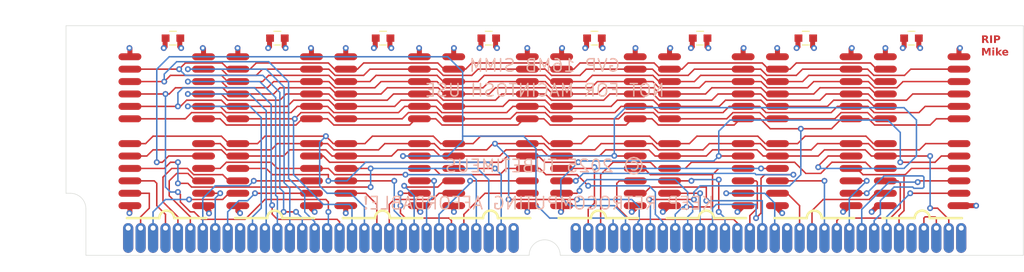
<source format=kicad_pcb>
(kicad_pcb (version 20240108) (generator "pcbnew") (generator_version "8.0")
  (layers (0 "F.Cu" signal) (1 "In1.Cu" power) (2 "In2.Cu" power) (31 "B.Cu" signal) (34 "B.Paste" user) (35 "F.Paste" user) (36 "B.SilkS" user "B.Silkscreen") (37 "F.SilkS" user "F.Silkscreen") (38 "B.Mask" user) (39 "F.Mask" user) (44 "Edge.Cuts" user))
  (net 0 "")
  (net 1 "GND")
  (net 2 "/DQ0")
  (net 3 "/DQ1")
  (net 4 "/DQ2")
  (net 5 "/DQ3")
  (net 6 "/DQ4")
  (net 7 "/DQ5")
  (net 8 "/DQ6")
  (net 9 "/DQ7")
  (net 10 "VDD")
  (net 11 "/A0")
  (net 12 "/A1")
  (net 13 "/A2")
  (net 14 "/A3")
  (net 15 "/A4")
  (net 16 "/A5")
  (net 17 "/A6")
  (net 18 "/A7")
  (net 19 "/A8")
  (net 20 "/A9")
  (net 21 "/DQ8")
  (net 22 "/DQ9")
  (net 23 "/DQ10")
  (net 24 "/DQ11")
  (net 25 "/DQ12")
  (net 26 "/DQ13")
  (net 27 "/DQ14")
  (net 28 "/DQ15")
  (net 29 "/~{WE0}")
  (net 30 "/~{CAS0}")
  (net 31 "/~{CAS1}")
  (net 32 "/~{CAS2}")
  (net 33 "/~{CAS3}")
  (net 34 "/~{RAS0}")
  (net 35 "/~{RAS1}")
  (net 36 "/~{WE1}")
  (net 37 "/~{WE2}")
  (net 38 "/DQ16")
  (net 39 "/DQ17")
  (net 40 "/DQ18")
  (net 41 "/DQ19")
  (net 42 "/DQ20")
  (net 43 "/DQ21")
  (net 44 "/DQ22")
  (net 45 "/DQ23")
  (net 46 "/DQ24")
  (net 47 "/DQ25")
  (net 48 "/DQ26")
  (net 49 "/DQ27")
  (net 50 "/DQ28")
  (net 51 "/DQ29")
  (net 52 "/DQ30")
  (net 53 "/DQ31")
  (net 54 "/~{WE3}")
  (net 55 "Net-(J1-PD1)")
  (net 56 "/~{OE}")
  (net 57 "/A11")
  (net 58 "/A10")
  (footprint "Active:SOJ127P851X356-24" (layer "F.Cu") (at 113.792 76.2 180)
    (property "Reference" "U1" (hide yes))
    (property "Value" "41C4400x")
  )
  (footprint "Active:SOJ127P851X356-24" (layer "F.Cu") (at 135.8392 76.2 180)
    (property "Reference" "U3" (hide yes))
    (property "Value" "41C4400x")
  )
  (footprint "Active:SOJ127P851X356-24" (layer "F.Cu") (at 146.8628 76.2 180)
    (property "Reference" "U4" (hide yes))
    (property "Value" "41C4400x")
  )
  (footprint "Active:SOJ127P851X356-24" (layer "F.Cu") (at 157.8864 76.2 180)
    (property "Reference" "U5" (hide yes))
    (property "Value" "41C4400x")
  )
  (footprint "Active:SOJ127P851X356-24" (layer "F.Cu") (at 168.91 76.2 180)
    (property "Reference" "U6" (hide yes))
    (property "Value" "41C4400x")
  )
  (footprint "Active:SOJ127P851X356-24" (layer "F.Cu") (at 179.9336 76.2 180)
    (property "Reference" "U7" (hide yes))
    (property "Value" "41C4400x")
  )
  (footprint "Active:SOJ127P851X356-24" (layer "F.Cu") (at 190.9572 76.2 180)
    (property "Reference" "U8" (hide yes))
    (property "Value" "41C4400x")
  )
  (footprint "Active:SOJ127P851X356-24" (layer "F.Cu") (at 124.8156 76.2 180)
    (property "Reference" "U2" (hide yes))
    (property "Value" "41C4400x")
  )
  (footprint "Conn:EDGE_SIMM_64_127" (layer "F.Cu") (at 152.4 88.648)
    (property "Reference" "J1" (hide yes))
    (property "Value" "SIMM64_EDGE")
  )
  (footprint "Conn:MH_125" (layer "F.Cu") (at 106.8832 78.74)
    (property "Reference" "H1" (hide yes))
    (property "Value" "MountingHole" (hide yes))
  )
  (footprint "Conn:MH_125" (layer "F.Cu") (at 197.9168 78.74)
    (property "Reference" "H2" (hide yes))
    (property "Value" "MountingHole" (hide yes))
  )
  (footprint "Passive:CAPC1608X100" (layer "F.Cu") (at 114.427 66.675 180)
    (property "Reference" "C1" (hide yes))
    (property "Value" "0.22")
  )
  (footprint "Passive:CAPC1608X100" (layer "F.Cu") (at 125.095 66.675 180)
    (property "Reference" "C2" (hide yes))
    (property "Value" "0.22")
  )
  (footprint "Passive:CAPC1608X100" (layer "F.Cu") (at 135.89 66.675 180)
    (property "Reference" "C3" (hide yes))
    (property "Value" "0.22")
  )
  (footprint "Passive:CAPC1608X100" (layer "F.Cu") (at 146.685 66.675 180)
    (property "Reference" "C4" (hide yes))
    (property "Value" "0.22")
  )
  (footprint "Passive:CAPC1608X100" (layer "F.Cu") (at 157.48 66.675 180)
    (property "Reference" "C5" (hide yes))
    (property "Value" "0.22")
  )
  (footprint "Passive:CAPC1608X100" (layer "F.Cu") (at 168.275 66.675 180)
    (property "Reference" "C6" (hide yes))
    (property "Value" "0.22")
  )
  (footprint "Passive:CAPC1608X100" (layer "F.Cu") (at 179.07 66.675 180)
    (property "Reference" "C7" (hide yes))
    (property "Value" "0.22")
  )
  (footprint "Passive:CAPC1608X100" (layer "F.Cu") (at 189.865 66.675 180)
    (property "Reference" "C8" (hide yes))
    (property "Value" "0.22")
  )
  (gr_line (start 201.295 88.9) (end 201.295 65.405) (stroke (width 0.05)) (layer "Edge.Cuts"))
  (gr_line (start 103.505 82.55) (end 103.505 65.405) (stroke (width 0.05)) (layer "Edge.Cuts"))
  (gr_line (start 153.9875 88.9) (end 201.295 88.9) (stroke (width 0.05)) (layer "Edge.Cuts"))
  (gr_line (start 105.537 88.9) (end 150.8125 88.9) (stroke (width 0.05)) (layer "Edge.Cuts"))
  (gr_line (start 103.505 65.405) (end 201.295 65.405) (stroke (width 0.05)) (layer "Edge.Cuts"))
  (gr_line (start 105.537 84.1375) (end 105.537 88.9) (stroke (width 0.05)) (layer "Edge.Cuts"))
  (gr_arc (start 103.9495 82.55) (mid 105.072032 83.014968) (end 105.537 84.1375) (stroke (width 0.05)) (layer "Edge.Cuts"))
  (gr_line (start 103.505 82.55) (end 103.9495 82.55) (stroke (width 0.05)) (layer "Edge.Cuts"))
  (gr_arc (start 150.8125 88.9) (mid 152.4 87.3125) (end 153.9875 88.9) (stroke (width 0.05)) (layer "Edge.Cuts"))
  (gr_text "RIP\nMike" (at 196.977 68.58 0) (layer "F.Cu") (effects (font (size 0.762 0.762) (thickness 0.1524) (bold yes)) (justify left bottom)))
  (gr_text "GVP 16MB SIMM" (at 152.4 69.469 0) (layer "B.SilkS") (effects (font (size 1.27 1.27)) (justify mirror)))
  (gr_text "© 2025 TUBETIMEUS" (at 152.4 79.756 0) (layer "B.SilkS") (effects (font (size 1.27 1.27) (thickness 0.1524)) (justify mirror)))
  (gr_text "NOT FOR MACINTOSH USE" (at 152.4 72.009 0) (layer "B.SilkS") (effects (font (size 1.27 1.27) (thickness 0.1524)) (justify mirror)))
  (gr_text "KEEP RETROCOMPUTING AFFORDABLE!" (at 151.765 83.566 0) (layer "B.SilkS") (effects (font (size 1.27 1.27)) (justify mirror)))
  (segment (start 189.115 66.675) (end 189.115 67.552) (width 0.508) (layer "F.Cu") (net 1))
  (segment (start 176.1744 84.0994) (end 176.1744 83.82) (width 0.508) (layer "F.Cu") (net 1))
  (segment (start 154.1272 84.3788) (end 154.051 84.455) (width 0.508) (layer "F.Cu") (net 1))
  (segment (start 165.1508 68.58) (end 165.1508 67.7672) (width 0.508) (layer "F.Cu") (net 1))
  (segment (start 135.09 66.675) (end 135.09 67.552) (width 0.508) (layer "F.Cu") (net 1))
  (segment (start 145.885 66.675) (end 145.885 67.552) (width 0.508) (layer "F.Cu") (net 1))
  (segment (start 156.68 67.552) (end 156.541 67.691) (width 0.508) (layer "F.Cu") (net 1))
  (segment (start 154.1272 83.82) (end 154.1272 84.3788) (width 0.508) (layer "F.Cu") (net 1))
  (segment (start 178.27 66.675) (end 178.27 67.552) (width 0.508) (layer "F.Cu") (net 1))
  (segment (start 145.885 67.552) (end 145.746 67.691) (width 0.508) (layer "F.Cu") (net 1))
  (segment (start 186.436 83.82) (end 185.801 84.455) (width 0.508) (layer "F.Cu") (net 1))
  (segment (start 135.09 67.552) (end 134.951 67.691) (width 0.508) (layer "F.Cu") (net 1))
  (segment (start 124.295 66.675) (end 124.295 67.552) (width 0.508) (layer "F.Cu") (net 1))
  (segment (start 176.1744 67.7164) (end 176.149 67.691) (width 0.508) (layer "F.Cu") (net 1))
  (segment (start 121.0564 84.3534) (end 121.285 84.582) (width 0.508) (layer "F.Cu") (net 1))
  (segment (start 165.1508 83.82) (end 165.1 83.82) (width 0.508) (layer "F.Cu") (net 1))
  (segment (start 165.1 83.82) (end 164.465 84.455) (width 0.508) (layer "F.Cu") (net 1))
  (segment (start 176.657 84.582) (end 176.1744 84.0994) (width 0.508) (layer "F.Cu") (net 1))
  (segment (start 156.68 66.675) (end 156.68 67.552) (width 0.508) (layer "F.Cu") (net 1))
  (segment (start 124.295 67.552) (end 124.156 67.691) (width 0.508) (layer "F.Cu") (net 1))
  (segment (start 167.475 66.675) (end 167.475 67.552) (width 0.508) (layer "F.Cu") (net 1))
  (segment (start 121.0564 67.7164) (end 121.031 67.691) (width 0.508) (layer "F.Cu") (net 1))
  (segment (start 121.0564 83.82) (end 121.0564 84.3534) (width 0.508) (layer "F.Cu") (net 1))
  (segment (start 189.115 67.552) (end 188.976 67.691) (width 0.508) (layer "F.Cu") (net 1))
  (segment (start 143.1036 83.82) (end 143.1036 84.4296) (width 0.508) (layer "F.Cu") (net 1))
  (segment (start 176.1744 68.58) (end 176.1744 67.7164) (width 0.508) (layer "F.Cu") (net 1))
  (segment (start 154.1272 68.58) (end 154.1272 67.7418) (width 0.508) (layer "F.Cu") (net 1))
  (segment (start 143.1036 84.4296) (end 143.129 84.455) (width 0.508) (layer "F.Cu") (net 1))
  (segment (start 165.1508 67.7672) (end 165.227 67.691) (width 0.508) (layer "F.Cu") (net 1))
  (segment (start 113.627 67.552) (end 113.488 67.691) (width 0.508) (layer "F.Cu") (net 1))
  (segment (start 132.08 83.82) (end 132.08 84.582) (width 0.508) (layer "F.Cu") (net 1))
  (segment (start 143.1036 68.58) (end 143.1036 67.7164) (width 0.508) (layer "F.Cu") (net 1))
  (segment (start 109.982 84.582) (end 110.0328 84.5312) (width 0.508) (layer "F.Cu") (net 1))
  (segment (start 187.198 83.82) (end 186.436 83.82) (width 0.508) (layer "F.Cu") (net 1))
  (segment (start 143.1036 67.7164) (end 143.129 67.691) (width 0.508) (layer "F.Cu") (net 1))
  (segment (start 187.198 68.58) (end 187.198 67.691) (width 0.508) (layer "F.Cu") (net 1))
  (segment (start 113.627 66.675) (end 113.627 67.552) (width 0.508) (layer "F.Cu") (net 1))
  (segment (start 167.475 67.552) (end 167.336 67.691) (width 0.508) (layer "F.Cu") (net 1))
  (segment (start 132.08 68.58) (end 132.08 67.691) (width 0.508) (layer "F.Cu") (net 1))
  (segment (start 178.27 67.552) (end 178.131 67.691) (width 0.508) (layer "F.Cu") (net 1))
  (segment (start 154.1272 67.7418) (end 154.178 67.691) (width 0.508) (layer "F.Cu") (net 1))
  (segment (start 110.0328 68.58) (end 110.0328 67.7418) (width 0.508) (layer "F.Cu") (net 1))
  (segment (start 110.0328 84.5312) (end 110.0328 83.82) (width 0.508) (layer "F.Cu") (net 1))
  (segment (start 110.0328 67.7418) (end 109.982 67.691) (width 0.508) (layer "F.Cu") (net 1))
  (segment (start 121.0564 68.58) (end 121.0564 67.7164) (width 0.508) (layer "F.Cu") (net 1))
  (via (at 188.976 67.691) (size 0.6) (drill 0.3) (layers "F.Cu" "B.Cu") (net 1))
  (via (at 167.336 67.691) (size 0.6) (drill 0.3) (layers "F.Cu" "B.Cu") (net 1))
  (via (at 176.149 67.691) (size 0.6) (drill 0.3) (layers "F.Cu" "B.Cu") (net 1))
  (via (at 124.156 67.691) (size 0.6) (drill 0.3) (layers "F.Cu" "B.Cu") (net 1))
  (via (at 164.465 84.455) (size 0.6) (drill 0.3) (layers "F.Cu" "B.Cu") (net 1))
  (via (at 187.198 67.691) (size 0.6) (drill 0.3) (layers "F.Cu" "B.Cu") (net 1))
  (via (at 154.178 67.691) (size 0.6) (drill 0.3) (layers "F.Cu" "B.Cu") (net 1))
  (via (at 154.051 84.455) (size 0.6) (drill 0.3) (layers "F.Cu" "B.Cu") (net 1))
  (via (at 113.488 67.691) (size 0.6) (drill 0.3) (layers "F.Cu" "B.Cu") (net 1))
  (via (at 121.285 84.582) (size 0.6) (drill 0.3) (layers "F.Cu" "B.Cu") (net 1))
  (via (at 121.031 67.691) (size 0.6) (drill 0.3) (layers "F.Cu" "B.Cu") (net 1))
  (via (at 143.129 67.691) (size 0.6) (drill 0.3) (layers "F.Cu" "B.Cu") (net 1))
  (via (at 176.657 84.582) (size 0.6) (drill 0.3) (layers "F.Cu" "B.Cu") (net 1))
  (via (at 185.801 84.455) (size 0.6) (drill 0.3) (layers "F.Cu" "B.Cu") (net 1))
  (via (at 156.541 67.691) (size 0.6) (drill 0.3) (layers "F.Cu" "B.Cu") (net 1))
  (via (at 165.227 67.691) (size 0.6) (drill 0.3) (layers "F.Cu" "B.Cu") (net 1))
  (via (at 132.08 67.691) (size 0.6) (drill 0.3) (layers "F.Cu" "B.Cu") (net 1))
  (via (at 178.131 67.691) (size 0.6) (drill 0.3) (layers "F.Cu" "B.Cu") (net 1))
  (via (at 143.129 84.455) (size 0.6) (drill 0.3) (layers "F.Cu" "B.Cu") (net 1))
  (via (at 132.08 84.582) (size 0.6) (drill 0.3) (layers "F.Cu" "B.Cu") (net 1))
  (via (at 134.951 67.691) (size 0.6) (drill 0.3) (layers "F.Cu" "B.Cu") (net 1))
  (via (at 109.982 67.691) (size 0.6) (drill 0.3) (layers "F.Cu" "B.Cu") (net 1))
  (via (at 145.746 67.691) (size 0.6) (drill 0.3) (layers "F.Cu" "B.Cu") (net 1))
  (via (at 109.982 84.582) (size 0.6) (drill 0.3) (layers "F.Cu" "B.Cu") (net 1))
  (segment (start 112.014 84.074) (end 112.014 82.55) (width 0.1524) (layer "F.Cu") (net 2))
  (segment (start 111.125 84.963) (end 112.014 84.074) (width 0.1524) (layer "F.Cu") (net 2))
  (segment (start 112.014 82.55) (end 110.0328 82.55) (width 0.1524) (layer "F.Cu") (net 2))
  (segment (start 111.125 86.36) (end 111.125 84.963) (width 0.1524) (layer "F.Cu") (net 2))
  (segment (start 121.0564 82.55) (end 120.142 82.55) (width 0.1524) (layer "F.Cu") (net 3))
  (segment (start 119.507 83.185) (end 116.078 83.185) (width 0.1524) (layer "F.Cu") (net 3))
  (segment (start 120.142 82.55) (end 119.507 83.185) (width 0.1524) (layer "F.Cu") (net 3))
  (via (at 116.078 83.185) (size 0.6) (drill 0.3) (layers "F.Cu" "B.Cu") (net 3))
  (segment (start 113.665 83.185) (end 116.078 83.185) (width 0.1524) (layer "B.Cu") (net 3))
  (segment (start 112.395 86.36) (end 112.395 84.455) (width 0.1524) (layer "B.Cu") (net 3))
  (segment (start 112.395 84.455) (end 113.665 83.185) (width 0.1524) (layer "B.Cu") (net 3))
  (segment (start 112.522 81.28) (end 110.0328 81.28) (width 0.1524) (layer "F.Cu") (net 4))
  (segment (start 113.665 86.36) (end 113.665 84.709) (width 0.1524) (layer "F.Cu") (net 4))
  (segment (start 112.776 81.534) (end 112.522 81.28) (width 0.1524) (layer "F.Cu") (net 4))
  (segment (start 112.776 83.82) (end 112.776 81.534) (width 0.1524) (layer "F.Cu") (net 4))
  (segment (start 113.665 84.709) (end 112.776 83.82) (width 0.1524) (layer "F.Cu") (net 4))
  (segment (start 114.935 84.963) (end 113.411 83.439) (width 0.1524) (layer "F.Cu") (net 5))
  (segment (start 115.912216 80.01) (end 116.547216 80.645) (width 0.1524) (layer "F.Cu") (net 5))
  (segment (start 114.935 86.36) (end 114.935 84.963) (width 0.1524) (layer "F.Cu") (net 5))
  (segment (start 113.411 80.899) (end 114.3 80.01) (width 0.1524) (layer "F.Cu") (net 5))
  (segment (start 114.3 80.01) (end 115.912216 80.01) (width 0.1524) (layer "F.Cu") (net 5))
  (segment (start 120.142 81.28) (end 119.507 80.645) (width 0.1524) (layer "F.Cu") (net 5))
  (segment (start 116.547216 80.645) (end 119.507 80.645) (width 0.1524) (layer "F.Cu") (net 5))
  (segment (start 113.411 83.439) (end 113.411 80.899) (width 0.1524) (layer "F.Cu") (net 5))
  (segment (start 121.0564 81.28) (end 120.142 81.28) (width 0.1524) (layer "F.Cu") (net 5))
  (segment (start 114.808 80.518) (end 115.951 80.518) (width 0.1524) (layer "F.Cu") (net 6))
  (segment (start 116.205 84.963) (end 114.046 82.804) (width 0.1524) (layer "F.Cu") (net 6))
  (segment (start 116.205 86.36) (end 116.205 84.963) (width 0.1524) (layer "F.Cu") (net 6))
  (segment (start 114.046 82.804) (end 114.046 81.28) (width 0.1524) (layer "F.Cu") (net 6))
  (segment (start 116.713 81.28) (end 117.5512 81.28) (width 0.1524) (layer "F.Cu") (net 6))
  (segment (start 114.046 81.28) (end 114.808 80.518) (width 0.1524) (layer "F.Cu") (net 6))
  (segment (start 115.951 80.518) (end 116.713 81.28) (width 0.1524) (layer "F.Cu") (net 6))
  (segment (start 128.5748 81.28) (end 122.682 81.28) (width 0.1524) (layer "F.Cu") (net 7))
  (via (at 122.682 81.28) (size 0.6) (drill 0.3) (layers "F.Cu" "B.Cu") (net 7))
  (segment (start 117.475 83.058) (end 117.475 86.36) (width 0.1524) (layer "B.Cu") (net 7))
  (segment (start 122.682 81.28) (end 122.174 81.788) (width 0.1524) (layer "B.Cu") (net 7))
  (segment (start 118.745 81.788) (end 117.475 83.058) (width 0.1524) (layer "B.Cu") (net 7))
  (segment (start 122.174 81.788) (end 118.745 81.788) (width 0.1524) (layer "B.Cu") (net 7))
  (segment (start 119.253 82.55) (end 117.5512 82.55) (width 0.1524) (layer "F.Cu") (net 8))
  (via (at 119.253 82.55) (size 0.6) (drill 0.3) (layers "F.Cu" "B.Cu") (net 8))
  (segment (start 118.745 83.058) (end 118.745 86.36) (width 0.1524) (layer "B.Cu") (net 8))
  (segment (start 119.253 82.55) (end 118.745 83.058) (width 0.1524) (layer "B.Cu") (net 8))
  (segment (start 122.809 82.55) (end 128.5748 82.55) (width 0.1524) (layer "F.Cu") (net 9))
  (via (at 122.809 82.55) (size 0.6) (drill 0.3) (layers "F.Cu" "B.Cu") (net 9))
  (segment (start 122.809 82.55) (end 122.047 83.312) (width 0.1524) (layer "B.Cu") (net 9))
  (segment (start 121.158 83.312) (end 120.015 84.455) (width 0.1524) (layer "B.Cu") (net 9))
  (segment (start 120.015 84.455) (end 120.015 86.36) (width 0.1524) (layer "B.Cu") (net 9))
  (segment (start 122.047 83.312) (end 121.158 83.312) (width 0.1524) (layer "B.Cu") (net 9))
  (segment (start 117.5512 83.82) (end 118.11 84.3788) (width 0.508) (layer "F.Cu") (net 10))
  (segment (start 168.975 66.675) (end 168.975 67.552) (width 0.508) (layer "F.Cu") (net 10))
  (segment (start 136.59 66.675) (end 136.59 67.552) (width 0.508) (layer "F.Cu") (net 10))
  (segment (start 179.77 66.675) (end 179.77 67.552) (width 0.508) (layer "F.Cu") (net 10))
  (segment (start 136.59 67.552) (end 136.729 67.691) (width 0.508) (layer "F.Cu") (net 10))
  (segment (start 125.795 67.552) (end 125.934 67.691) (width 0.508) (layer "F.Cu") (net 10))
  (segment (start 194.7164 68.58) (end 194.7164 67.7926) (width 0.508) (layer "F.Cu") (net 10))
  (segment (start 128.5748 68.58) (end 128.5748 67.7418) (width 0.508) (layer "F.Cu") (net 10))
  (segment (start 168.975 67.552) (end 169.114 67.691) (width 0.508) (layer "F.Cu") (net 10))
  (segment (start 117.5512 67.7672) (end 117.475 67.691) (width 0.508) (layer "F.Cu") (net 10))
  (segment (start 139.5984 83.82) (end 139.5984 84.3534) (width 0.508) (layer "F.Cu") (net 10))
  (segment (start 147.385 66.675) (end 147.385 67.552) (width 0.508) (layer "F.Cu") (net 10))
  (segment (start 161.6456 84.0994) (end 161.29 84.455) (width 0.508) (layer "F.Cu") (net 10))
  (segment (start 147.385 67.552) (end 147.524 67.691) (width 0.508) (layer "F.Cu") (net 10))
  (segment (start 183.515 83.82) (end 182.88 84.455) (width 0.508) (layer "F.Cu") (net 10))
  (segment (start 172.6692 83.8708) (end 172.085 84.455) (width 0.508) (layer "F.Cu") (net 10))
  (segment (start 194.7164 67.7926) (end 194.818 67.691) (width 0.508) (layer "F.Cu") (net 10))
  (segment (start 118.11 84.3788) (end 118.11 84.6074) (width 0.508) (layer "F.Cu") (net 10))
  (segment (start 150.622 83.82) (end 150.622 84.455) (width 0.508) (layer "F.Cu") (net 10))
  (segment (start 183.6928 68.58) (end 183.6928 67.7672) (width 0.508) (layer "F.Cu") (net 10))
  (segment (start 194.7164 83.82) (end 196.469 83.82) (width 0.508) (layer "F.Cu") (net 10))
  (segment (start 115.127 66.675) (end 115.127 67.552) (width 0.508) (layer "F.Cu") (net 10))
  (segment (start 172.6692 83.82) (end 172.6692 83.8708) (width 0.508) (layer "F.Cu") (net 10))
  (segment (start 190.615 67.552) (end 190.754 67.691) (width 0.508) (layer "F.Cu") (net 10))
  (segment (start 183.6928 67.7672) (end 183.769 67.691) (width 0.508) (layer "F.Cu") (net 10))
  (segment (start 128.5748 67.7418) (end 128.524 67.691) (width 0.508) (layer "F.Cu") (net 10))
  (segment (start 172.6692 68.58) (end 172.6692 67.7418) (width 0.508) (layer "F.Cu") (net 10))
  (segment (start 190.615 66.675) (end 190.615 67.552) (width 0.508) (layer "F.Cu") (net 10))
  (segment (start 115.127 67.552) (end 115.266 67.691) (width 0.508) (layer "F.Cu") (net 10))
  (segment (start 183.6928 83.82) (end 183.515 83.82) (width 0.508) (layer "F.Cu") (net 10))
  (segment (start 128.5748 83.82) (end 128.5748 84.1248) (width 0.508) (layer "F.Cu") (net 10))
  (segment (start 158.18 66.675) (end 158.18 67.552) (width 0.508) (layer "F.Cu") (net 10))
  (segment (start 139.5984 84.3534) (end 139.7 84.455) (width 0.508) (layer "F.Cu") (net 10))
  (segment (start 172.6692 67.7418) (end 172.72 67.691) (width 0.508) (layer "F.Cu") (net 10))
  (segment (start 125.795 66.675) (end 125.795 67.552) (width 0.508) (layer "F.Cu") (net 10))
  (segment (start 117.5512 68.58) (end 117.5512 67.7672) (width 0.508) (layer "F.Cu") (net 10))
  (segment (start 161.6456 67.7164) (end 161.671 67.691) (width 0.508) (layer "F.Cu") (net 10))
  (segment (start 161.6456 83.82) (end 161.6456 84.0994) (width 0.508) (layer "F.Cu") (net 10))
  (segment (start 139.5984 67.7164) (end 139.573 67.691) (width 0.508) (layer "F.Cu") (net 10))
  (segment (start 128.5748 84.1248) (end 128.905 84.455) (width 0.508) (layer "F.Cu") (net 10))
  (segment (start 150.622 68.58) (end 150.622 67.691) (width 0.508) (layer "F.Cu") (net 10))
  (segment (start 179.77 67.552) (end 179.909 67.691) (width 0.508) (layer "F.Cu") (net 10))
  (segment (start 139.5984 68.58) (end 139.5984 67.7164) (width 0.508) (layer "F.Cu") (net 10))
  (segment (start 158.18 67.552) (end 158.319 67.691) (width 0.508) (layer "F.Cu") (net 10))
  (segment (start 161.6456 68.58) (end 161.6456 67.7164) (width 0.508) (layer "F.Cu") (net 10))
  (via (at 125.934 67.691) (size 0.6) (drill 0.3) (layers "F.Cu" "B.Cu") (net 10))
  (via (at 196.469 83.82) (size 0.6) (drill 0.3) (layers "F.Cu" "B.Cu") (net 10))
  (via (at 194.818 67.691) (size 0.6) (drill 0.3) (layers "F.Cu" "B.Cu") (net 10))
  (via (at 150.622 67.691) (size 0.6) (drill 0.3) (layers "F.Cu" "B.Cu") (net 10))
  (via (at 117.475 67.691) (size 0.6) (drill 0.3) (layers "F.Cu" "B.Cu") (net 10))
  (via (at 128.905 84.455) (size 0.6) (drill 0.3) (layers "F.Cu" "B.Cu") (net 10))
  (via (at 182.88 84.455) (size 0.6) (drill 0.3) (layers "F.Cu" "B.Cu") (net 10))
  (via (at 169.114 67.691) (size 0.6) (drill 0.3) (layers "F.Cu" "B.Cu") (net 10))
  (via (at 139.7 84.455) (size 0.6) (drill 0.3) (layers "F.Cu" "B.Cu") (net 10))
  (via (at 158.319 67.691) (size 0.6) (drill 0.3) (layers "F.Cu" "B.Cu") (net 10))
  (via (at 161.671 67.691) (size 0.6) (drill 0.3) (layers "F.Cu" "B.Cu") (net 10))
  (via (at 179.909 67.691) (size 0.6) (drill 0.3) (layers "F.Cu" "B.Cu") (net 10))
  (via (at 128.524 67.691) (size 0.6) (drill 0.3) (layers "F.Cu" "B.Cu") (net 10))
  (via (at 136.729 67.691) (size 0.6) (drill 0.3) (layers "F.Cu" "B.Cu") (net 10))
  (via (at 139.573 67.691) (size 0.6) (drill 0.3) (layers "F.Cu" "B.Cu") (net 10))
  (via (at 190.754 67.691) (size 0.6) (drill 0.3) (layers "F.Cu" "B.Cu") (net 10))
  (via (at 183.769 67.691) (size 0.6) (drill 0.3) (layers "F.Cu" "B.Cu") (net 10))
  (via (at 147.524 67.691) (size 0.6) (drill 0.3) (layers "F.Cu" "B.Cu") (net 10))
  (via (at 161.29 84.455) (size 0.6) (drill 0.3) (layers "F.Cu" "B.Cu") (net 10))
  (via (at 150.622 84.455) (size 0.6) (drill 0.3) (layers "F.Cu" "B.Cu") (net 10))
  (via (at 172.72 67.691) (size 0.6) (drill 0.3) (layers "F.Cu" "B.Cu") (net 10))
  (via (at 172.085 84.455) (size 0.6) (drill 0.3) (layers "F.Cu" "B.Cu") (net 10))
  (via (at 115.266 67.691) (size 0.6) (drill 0.3) (layers "F.Cu" "B.Cu") (net 10))
  (via (at 118.11 84.6074) (size 0.6) (drill 0.3) (layers "F.Cu" "B.Cu") (net 10))
  (segment (start 181.6608 74.295) (end 182.2958 73.66) (width 0.1524) (layer "F.Cu") (net 11))
  (segment (start 190.627 74.295) (end 191.262 73.66) (width 0.1524) (layer "F.Cu") (net 11))
  (segment (start 164.0078 74.295) (end 170.6118 74.295) (width 0.1524) (layer "F.Cu") (net 11))
  (segment (start 185.42 73.66) (end 186.055 74.295) (width 0.1524) (layer "F.Cu") (net 11))
  (segment (start 163.3728 73.66) (end 164.0078 74.295) (width 0.1524) (layer "F.Cu") (net 11))
  (segment (start 137.4648 74.295) (end 138.0998 73.66) (width 0.1524) (layer "F.Cu") (net 11))
  (segment (start 161.671 73.66) (end 163.3728 73.66) (width 0.1524) (layer "F.Cu") (net 11))
  (segment (start 117.5512 73.66) (end 119.253 73.66) (width 0.1524) (layer "F.Cu") (net 11))
  (segment (start 160.1978 73.66) (end 161.6456 73.66) (width 0.1524) (layer "F.Cu") (net 11))
  (segment (start 126.492 74.295) (end 127.127 73.66) (width 0.1524) (layer "F.Cu") (net 11))
  (segment (start 149.1488 73.66) (end 150.5966 73.66) (width 0.1524) (layer "F.Cu") (net 11))
  (segment (start 150.622 73.66) (end 152.3238 73.66) (width 0.1524) (layer "F.Cu") (net 11))
  (segment (start 127.127 73.66) (end 128.5748 73.66) (width 0.1524) (layer "F.Cu") (net 11))
  (segment (start 172.72 73.66) (end 174.371 73.66) (width 0.1524) (layer "F.Cu") (net 11))
  (segment (start 152.3238 73.66) (end 152.9588 74.295) (width 0.1524) (layer "F.Cu") (net 11))
  (segment (start 186.055 74.295) (end 190.627 74.295) (width 0.1524) (layer "F.Cu") (net 11))
  (segment (start 152.9588 74.295) (end 159.5628 74.295) (width 0.1524) (layer "F.Cu") (net 11))
  (segment (start 175.006 74.295) (end 181.6608 74.295) (width 0.1524) (layer "F.Cu") (net 11))
  (segment (start 159.5628 74.295) (end 160.1978 73.66) (width 0.1524) (layer "F.Cu") (net 11))
  (segment (start 174.371 73.66) (end 175.006 74.295) (width 0.1524) (layer "F.Cu") (net 11))
  (segment (start 141.9098 74.295) (end 148.5138 74.295) (width 0.1524) (layer "F.Cu") (net 11))
  (segment (start 182.2958 73.66) (end 183.7436 73.66) (width 0.1524) (layer "F.Cu") (net 11))
  (segment (start 128.524 73.66) (end 130.2258 73.66) (width 0.1524) (layer "F.Cu") (net 11))
  (segment (start 119.253 73.66) (end 119.888 74.295) (width 0.1524) (layer "F.Cu") (net 11))
  (segment (start 117.5512 73.66) (end 115.951 73.66) (width 0.1524) (layer "F.Cu") (net 11))
  (segment (start 138.0998 73.66) (end 139.5476 73.66) (width 0.1524) (layer "F.Cu") (net 11))
  (segment (start 171.2468 73.66) (end 172.6946 73.66) (width 0.1524) (layer "F.Cu") (net 11))
  (segment (start 119.888 74.295) (end 126.492 74.295) (width 0.1524) (layer "F.Cu") (net 11))
  (segment (start 183.769 73.66) (end 185.42 73.66) (width 0.1524) (layer "F.Cu") (net 11))
  (segment (start 130.2258 73.66) (end 130.8608 74.295) (width 0.1524) (layer "F.Cu") (net 11))
  (segment (start 139.573 73.66) (end 141.2748 73.66) (width 0.1524) (layer "F.Cu") (net 11))
  (segment (start 148.5138 74.295) (end 149.1488 73.66) (width 0.1524) (layer "F.Cu") (net 11))
  (segment (start 141.2748 73.66) (end 141.9098 74.295) (width 0.1524) (layer "F.Cu") (net 11))
  (segment (start 170.6118 74.295) (end 171.2468 73.66) (width 0.1524) (layer "F.Cu") (net 11))
  (segment (start 191.262 73.66) (end 194.7926 73.66) (width 0.1524) (layer "F.Cu") (net 11))
  (segment (start 130.8608 74.295) (end 137.4648 74.295) (width 0.1524) (layer "F.Cu") (net 11))
  (via (at 115.951 73.66) (size 0.6) (drill 0.3) (layers "F.Cu" "B.Cu") (net 11))
  (segment (start 122.301 73.66) (end 115.951 73.66) (width 0.1524) (layer "B.Cu") (net 11))
  (segment (start 123.444 74.803) (end 122.301 73.66) (width 0.1524) (layer "B.Cu") (net 11))
  (segment (start 123.444 84.074) (end 123.444 74.803) (width 0.1524) (layer "B.Cu") (net 11))
  (segment (start 122.555 84.963) (end 123.444 84.074) (width 0.1524) (layer "B.Cu") (net 11))
  (segment (start 122.555 86.36) (end 122.555 84.963) (width 0.1524) (layer "B.Cu") (net 11))
  (segment (start 161.671 72.39) (end 163.4744 72.39) (width 0.1524) (layer "F.Cu") (net 12))
  (segment (start 148.0058 72.39) (end 150.5966 72.39) (width 0.1524) (layer "F.Cu") (net 12))
  (segment (start 125.349 73.025) (end 125.984 72.39) (width 0.1524) (layer "F.Cu") (net 12))
  (segment (start 130.3528 72.39) (end 130.9878 73.025) (width 0.1524) (layer "F.Cu") (net 12))
  (segment (start 136.3218 73.025) (end 136.9568 72.39) (width 0.1524) (layer "F.Cu") (net 12))
  (segment (start 158.4198 73.025) (end 159.0548 72.39) (width 0.1524) (layer "F.Cu") (net 12))
  (segment (start 169.4688 73.025) (end 170.1038 72.39) (width 0.1524) (layer "F.Cu") (net 12))
  (segment (start 120.015 73.025) (end 125.349 73.025) (width 0.1524) (layer "F.Cu") (net 12))
  (segment (start 119.38 72.39) (end 120.015 73.025) (width 0.1524) (layer "F.Cu") (net 12))
  (segment (start 125.984 72.39) (end 128.5748 72.39) (width 0.1524) (layer "F.Cu") (net 12))
  (segment (start 128.524 72.39) (end 130.3528 72.39) (width 0.1524) (layer "F.Cu") (net 12))
  (segment (start 141.4018 72.39) (end 142.0368 73.025) (width 0.1524) (layer "F.Cu") (net 12))
  (segment (start 189.357 73.025) (end 189.992 72.39) (width 0.1524) (layer "F.Cu") (net 12))
  (segment (start 164.1094 73.025) (end 169.4688 73.025) (width 0.1524) (layer "F.Cu") (net 12))
  (segment (start 175.0949 73.025) (end 180.5178 73.025) (width 0.1524) (layer "F.Cu") (net 12))
  (segment (start 170.1038 72.39) (end 172.6946 72.39) (width 0.1524) (layer "F.Cu") (net 12))
  (segment (start 181.1528 72.39) (end 183.7436 72.39) (width 0.1524) (layer "F.Cu") (net 12))
  (segment (start 139.573 72.39) (end 141.4018 72.39) (width 0.1524) (layer "F.Cu") (net 12))
  (segment (start 153.0858 73.025) (end 158.4198 73.025) (width 0.1524) (layer "F.Cu") (net 12))
  (segment (start 136.9568 72.39) (end 139.5476 72.39) (width 0.1524) (layer "F.Cu") (net 12))
  (segment (start 183.769 72.39) (end 185.4454 72.39) (width 0.1524) (layer "F.Cu") (net 12))
  (segment (start 174.4599 72.39) (end 175.0949 73.025) (width 0.1524) (layer "F.Cu") (net 12))
  (segment (start 189.992 72.39) (end 194.7926 72.39) (width 0.1524) (layer "F.Cu") (net 12))
  (segment (start 150.622 72.39) (end 152.4508 72.39) (width 0.1524) (layer "F.Cu") (net 12))
  (segment (start 172.72 72.39) (end 174.4599 72.39) (width 0.1524) (layer "F.Cu") (net 12))
  (segment (start 117.5512 72.39) (end 119.38 72.39) (width 0.1524) (layer "F.Cu") (net 12))
  (segment (start 180.5178 73.025) (end 181.1528 72.39) (width 0.1524) (layer "F.Cu") (net 12))
  (segment (start 147.3708 73.025) (end 148.0058 72.39) (width 0.1524) (layer "F.Cu") (net 12))
  (segment (start 152.4508 72.39) (end 153.0858 73.025) (width 0.1524) (layer "F.Cu") (net 12))
  (segment (start 163.4744 72.39) (end 164.1094 73.025) (width 0.1524) (layer "F.Cu") (net 12))
  (segment (start 130.9878 73.025) (end 136.3218 73.025) (width 0.1524) (layer "F.Cu") (net 12))
  (segment (start 186.0804 73.025) (end 189.357 73.025) (width 0.1524) (layer "F.Cu") (net 12))
  (segment (start 159.0548 72.39) (end 161.6456 72.39) (width 0.1524) (layer "F.Cu") (net 12))
  (segment (start 117.5512 72.39) (end 115.951 72.39) (width 0.1524) (layer "F.Cu") (net 12))
  (segment (start 142.0368 73.025) (end 147.3708 73.025) (width 0.1524) (layer "F.Cu") (net 12))
  (segment (start 185.4454 72.39) (end 186.0804 73.025) (width 0.1524) (layer "F.Cu") (net 12))
  (via (at 115.951 72.39) (size 0.6) (drill 0.3) (layers "F.Cu" "B.Cu") (net 12))
  (segment (start 122.2502 72.39) (end 123.952 74.0918) (width 0.1524) (layer "B.Cu") (net 12))
  (segment (start 123.952 74.0918) (end 123.952 86.233) (width 0.1524) (layer "B.Cu") (net 12))
  (segment (start 115.951 72.39) (end 122.2502 72.39) (width 0.1524) (layer "B.Cu") (net 12))
  (segment (start 123.952 86.233) (end 123.825 86.36) (width 0.1524) (layer "B.Cu") (net 12))
  (segment (start 185.46445 71.12) (end 186.09945 71.755) (width 0.1524) (layer "F.Cu") (net 13))
  (segment (start 168.8338 71.12) (end 172.6946 71.12) (width 0.1524) (layer "F.Cu") (net 13))
  (segment (start 186.09945 71.755) (end 188.3664 71.755) (width 0.1524) (layer "F.Cu") (net 13))
  (segment (start 168.1988 71.755) (end 168.8338 71.12) (width 0.1524) (layer "F.Cu") (net 13))
  (segment (start 172.72 71.12) (end 174.498 71.12) (width 0.1524) (layer "F.Cu") (net 13))
  (segment (start 142.0368 71.755) (end 146.1008 71.755) (width 0.1524) (layer "F.Cu") (net 13))
  (segment (start 117.5512 71.12) (end 115.951 71.12) (width 0.1524) (layer "F.Cu") (net 13))
  (segment (start 124.079 71.755) (end 124.714 71.12) (width 0.1524) (layer "F.Cu") (net 13))
  (segment (start 117.5512 71.12) (end 119.38 71.12) (width 0.1524) (layer "F.Cu") (net 13))
  (segment (start 188.3664 71.755) (end 189.0014 71.12) (width 0.1524) (layer "F.Cu") (net 13))
  (segment (start 135.6868 71.12) (end 139.5476 71.12) (width 0.1524) (layer "F.Cu") (net 13))
  (segment (start 146.7358 71.12) (end 150.5966 71.12) (width 0.1524) (layer "F.Cu") (net 13))
  (segment (start 139.573 71.12) (end 141.4018 71.12) (width 0.1524) (layer "F.Cu") (net 13))
  (segment (start 179.2478 71.755) (end 179.8828 71.12) (width 0.1524) (layer "F.Cu") (net 13))
  (segment (start 146.1008 71.755) (end 146.7358 71.12) (width 0.1524) (layer "F.Cu") (net 13))
  (segment (start 157.1498 71.755) (end 157.7848 71.12) (width 0.1524) (layer "F.Cu") (net 13))
  (segment (start 152.4508 71.12) (end 153.0858 71.755) (width 0.1524) (layer "F.Cu") (net 13))
  (segment (start 157.7848 71.12) (end 161.6456 71.12) (width 0.1524) (layer "F.Cu") (net 13))
  (segment (start 179.8828 71.12) (end 183.7436 71.12) (width 0.1524) (layer "F.Cu") (net 13))
  (segment (start 175.133 71.755) (end 179.2478 71.755) (width 0.1524) (layer "F.Cu") (net 13))
  (segment (start 150.622 71.12) (end 152.4508 71.12) (width 0.1524) (layer "F.Cu") (net 13))
  (segment (start 183.769 71.12) (end 185.46445 71.12) (width 0.1524) (layer "F.Cu") (net 13))
  (segment (start 141.4018 71.12) (end 142.0368 71.755) (width 0.1524) (layer "F.Cu") (net 13))
  (segment (start 130.3528 71.12) (end 130.9878 71.755) (width 0.1524) (layer "F.Cu") (net 13))
  (segment (start 128.524 71.12) (end 130.3528 71.12) (width 0.1524) (layer "F.Cu") (net 13))
  (segment (start 130.9878 71.755) (end 135.0518 71.755) (width 0.1524) (layer "F.Cu") (net 13))
  (segment (start 124.714 71.12) (end 128.5748 71.12) (width 0.1524) (layer "F.Cu") (net 13))
  (segment (start 189.0014 71.12) (end 194.7926 71.12) (width 0.1524) (layer "F.Cu") (net 13))
  (segment (start 161.671 71.12) (end 163.449 71.12) (width 0.1524) (layer "F.Cu") (net 13))
  (segment (start 135.0518 71.755) (end 135.6868 71.12) (width 0.1524) (layer "F.Cu") (net 13))
  (segment (start 153.0858 71.755) (end 157.1498 71.755) (width 0.1524) (layer "F.Cu") (net 13))
  (segment (start 174.498 71.12) (end 175.133 71.755) (width 0.1524) (layer "F.Cu") (net 13))
  (segment (start 119.38 71.12) (end 120.015 71.755) (width 0.1524) (layer "F.Cu") (net 13))
  (segment (start 164.084 71.755) (end 168.1988 71.755) (width 0.1524) (layer "F.Cu") (net 13))
  (segment (start 163.449 71.12) (end 164.084 71.755) (width 0.1524) (layer "F.Cu") (net 13))
  (segment (start 120.015 71.755) (end 124.079 71.755) (width 0.1524) (layer "F.Cu") (net 13))
  (via (at 115.951 71.12) (size 0.6) (drill 0.3) (layers "F.Cu" "B.Cu") (net 13))
  (segment (start 124.9172 72.7456) (end 123.2916 71.12) (width 0.1524) (layer "B.Cu") (net 13))
  (segment (start 125.095 82.931) (end 124.9172 82.7532) (width 0.1524) (layer "B.Cu") (net 13))
  (segment (start 124.9172 82.7532) (end 124.9172 72.7456) (width 0.1524) (layer "B.Cu") (net 13))
  (segment (start 125.095 86.36) (end 125.095 82.931) (width 0.1524) (layer "B.Cu") (net 13))
  (segment (start 123.2916 71.12) (end 115.951 71.12) (width 0.1524) (layer "B.Cu") (net 13))
  (segment (start 189.1538 70.485) (end 189.7888 69.85) (width 0.1524) (layer "F.Cu") (net 14))
  (segment (start 186.0169 70.485) (end 189.1538 70.485) (width 0.1524) (layer "F.Cu") (net 14))
  (segment (start 163.4109 69.85) (end 164.0459 70.485) (width 0.1524) (layer "F.Cu") (net 14))
  (segment (start 183.769 69.85) (end 185.3819 69.85) (width 0.1524) (layer "F.Cu") (net 14))
  (segment (start 178.7398 69.85) (end 183.7436 69.85) (width 0.1524) (layer "F.Cu") (net 14))
  (segment (start 130.3528 69.85) (end 130.9878 70.485) (width 0.1524) (layer "F.Cu") (net 14))
  (segment (start 119.38 69.85) (end 120.015 70.485) (width 0.1524) (layer "F.Cu") (net 14))
  (segment (start 167.0558 70.485) (end 167.6908 69.85) (width 0.1524) (layer "F.Cu") (net 14))
  (segment (start 144.9578 70.485) (end 145.5928 69.85) (width 0.1524) (layer "F.Cu") (net 14))
  (segment (start 167.6908 69.85) (end 172.6946 69.85) (width 0.1524) (layer "F.Cu") (net 14))
  (segment (start 117.5512 69.85) (end 119.38 69.85) (width 0.1524) (layer "F.Cu") (net 14))
  (segment (start 161.671 69.85) (end 163.4109 69.85) (width 0.1524) (layer "F.Cu") (net 14))
  (segment (start 185.3819 69.85) (end 186.0169 70.485) (width 0.1524) (layer "F.Cu") (net 14))
  (segment (start 175.0949 70.485) (end 178.1048 70.485) (width 0.1524) (layer "F.Cu") (net 14))
  (segment (start 145.5928 69.85) (end 150.5966 69.85) (width 0.1524) (layer "F.Cu") (net 14))
  (segment (start 122.936 70.485) (end 123.571 69.85) (width 0.1524) (layer "F.Cu") (net 14))
  (segment (start 152.4508 69.85) (end 153.0858 70.485) (width 0.1524) (layer "F.Cu") (net 14))
  (segment (start 130.9878 70.485) (end 133.9088 70.485) (width 0.1524) (layer "F.Cu") (net 14))
  (segment (start 117.5512 69.85) (end 115.951 69.85) (width 0.1524) (layer "F.Cu") (net 14))
  (segment (start 150.622 69.85) (end 152.4508 69.85) (width 0.1524) (layer "F.Cu") (net 14))
  (segment (start 156.0068 70.485) (end 156.6418 69.85) (width 0.1524) (layer "F.Cu") (net 14))
  (segment (start 172.72 69.85) (end 174.4599 69.85) (width 0.1524) (layer "F.Cu") (net 14))
  (segment (start 128.524 69.85) (end 130.3528 69.85) (width 0.1524) (layer "F.Cu") (net 14))
  (segment (start 178.1048 70.485) (end 178.7398 69.85) (width 0.1524) (layer "F.Cu") (net 14))
  (segment (start 141.4018 69.85) (end 142.0368 70.485) (width 0.1524) (layer "F.Cu") (net 14))
  (segment (start 139.573 69.85) (end 141.4018 69.85) (width 0.1524) (layer "F.Cu") (net 14))
  (segment (start 189.7888 69.85) (end 194.7926 69.85) (width 0.1524) (layer "F.Cu") (net 14))
  (segment (start 134.5438 69.85) (end 139.5476 69.85) (width 0.1524) (layer "F.Cu") (net 14))
  (segment (start 142.0368 70.485) (end 144.9578 70.485) (width 0.1524) (layer "F.Cu") (net 14))
  (segment (start 156.6418 69.85) (end 161.6456 69.85) (width 0.1524) (layer "F.Cu") (net 14))
  (segment (start 164.0459 70.485) (end 167.0558 70.485) (width 0.1524) (layer "F.Cu") (net 14))
  (segment (start 133.9088 70.485) (end 134.5438 69.85) (width 0.1524) (layer "F.Cu") (net 14))
  (segment (start 120.015 70.485) (end 122.936 70.485) (width 0.1524) (layer "F.Cu") (net 14))
  (segment (start 153.0858 70.485) (end 156.0068 70.485) (width 0.1524) (layer "F.Cu") (net 14))
  (segment (start 123.571 69.85) (end 128.5748 69.85) (width 0.1524) (layer "F.Cu") (net 14))
  (segment (start 174.4599 69.85) (end 175.0949 70.485) (width 0.1524) (layer "F.Cu") (net 14))
  (via (at 115.951 69.85) (size 0.6) (drill 0.3) (layers "F.Cu" "B.Cu") (net 14))
  (segment (start 125.7808 81.4578) (end 125.7808 71.6788) (width 0.1524) (layer "B.Cu") (net 14))
  (segment (start 126.365 86.36) (end 126.365 82.042) (width 0.1524) (layer "B.Cu") (net 14))
  (segment (start 123.952 69.85) (end 115.951 69.85) (width 0.1524) (layer "B.Cu") (net 14))
  (segment (start 125.7808 71.6788) (end 123.952 69.85) (width 0.1524) (layer "B.Cu") (net 14))
  (segment (start 126.365 82.042) (end 125.7808 81.4578) (width 0.1524) (layer "B.Cu") (net 14))
  (segment (start 133.2738 69.85) (end 133.9088 69.215) (width 0.1524) (layer "F.Cu") (net 15))
  (segment (start 154.1272 69.85) (end 155.3718 69.85) (width 0.1524) (layer "F.Cu") (net 15))
  (segment (start 122.936 69.215) (end 130.302 69.215) (width 0.1524) (layer "F.Cu") (net 15))
  (segment (start 166.4208 69.85) (end 167.0558 69.215) (width 0.1524) (layer "F.Cu") (net 15))
  (segment (start 122.301 69.85) (end 122.936 69.215) (width 0.1524) (layer "F.Cu") (net 15))
  (segment (start 115.697 69.215) (end 119.4562 69.215) (width 0.1524) (layer "F.Cu") (net 15))
  (segment (start 133.9088 69.215) (end 141.478 69.215) (width 0.1524) (layer "F.Cu") (net 15))
  (segment (start 164.211 69.85) (end 166.4208 69.85) (width 0.1524) (layer "F.Cu") (net 15))
  (segment (start 178.1048 69.215) (end 185.674 69.215) (width 0.1524) (layer "F.Cu") (net 15))
  (segment (start 177.4698 69.85) (end 178.1048 69.215) (width 0.1524) (layer "F.Cu") (net 15))
  (segment (start 185.674 69.215) (end 186.309 69.85) (width 0.1524) (layer "F.Cu") (net 15))
  (segment (start 174.625 69.215) (end 175.26 69.85) (width 0.1524) (layer "F.Cu") (net 15))
  (segment (start 120.0912 69.85) (end 121.0564 69.85) (width 0.1524) (layer "F.Cu") (net 15))
  (segment (start 144.9578 69.215) (end 152.527 69.215) (width 0.1524) (layer "F.Cu") (net 15))
  (segment (start 125.73 84.455) (end 127 84.455) (width 0.1524) (layer "F.Cu") (net 15))
  (segment (start 132.08 69.85) (end 132.842 69.85) (width 0.1524) (layer "F.Cu") (net 15))
  (segment (start 141.478 69.215) (end 142.113 69.85) (width 0.1524) (layer "F.Cu") (net 15))
  (segment (start 119.4562 69.215) (end 120.0912 69.85) (width 0.1524) (layer "F.Cu") (net 15))
  (segment (start 144.3228 69.85) (end 144.9578 69.215) (width 0.1524) (layer "F.Cu") (net 15))
  (segment (start 153.162 69.85) (end 154.1272 69.85) (width 0.1524) (layer "F.Cu") (net 15))
  (segment (start 152.527 69.215) (end 153.162 69.85) (width 0.1524) (layer "F.Cu") (net 15))
  (segment (start 142.113 69.85) (end 144.3228 69.85) (width 0.1524) (layer "F.Cu") (net 15))
  (segment (start 167.0558 69.215) (end 174.625 69.215) (width 0.1524) (layer "F.Cu") (net 15))
  (segment (start 110.0328 69.85) (end 115.062 69.85) (width 0.1524) (layer "F.Cu") (net 15))
  (segment (start 163.576 69.215) (end 164.211 69.85) (width 0.1524) (layer "F.Cu") (net 15))
  (segment (start 121.0564 69.85) (end 122.301 69.85) (width 0.1524) (layer "F.Cu") (net 15))
  (segment (start 131.064 69.85) (end 133.2738 69.85) (width 0.1524) (layer "F.Cu") (net 15))
  (segment (start 130.302 69.215) (end 130.937 69.85) (width 0.1524) (layer "F.Cu") (net 15))
  (segment (start 175.26 69.85) (end 177.4698 69.85) (width 0.1524) (layer "F.Cu") (net 15))
  (segment (start 155.3718 69.85) (end 156.0068 69.215) (width 0.1524) (layer "F.Cu") (net 15))
  (segment (start 130.937 69.85) (end 132.08 69.85) (width 0.1524) (layer "F.Cu") (net 15))
  (segment (start 156.0068 69.215) (end 163.576 69.215) (width 0.1524) (layer "F.Cu") (net 15))
  (segment (start 115.062 69.85) (end 115.697 69.215) (width 0.1524) (layer "F.Cu") (net 15))
  (via (at 115.062 69.85) (size 0.6) (drill 0.3) (layers "F.Cu" "B.Cu") (net 15))
  (via (at 125.73 84.455) (size 0.6) (drill 0.3) (layers "F.Cu" "B.Cu") (net 15))
  (via (at 127 84.455) (size 0.6) (drill 0.3) (layers "F.Cu" "B.Cu") (net 15))
  (segment (start 127.635 85.09) (end 127.635 86.36) (width 0.1524) (layer "B.Cu") (net 15))
  (segment (start 127 84.455) (end 127.635 85.09) (width 0.1524) (layer "B.Cu") (net 15))
  (segment (start 123.60275 70.485) (end 115.697 70.485) (width 0.1524) (layer "B.Cu") (net 15))
  (segment (start 125.349 72.23125) (end 123.60275 70.485) (width 0.1524) (layer "B.Cu") (net 15))
  (segment (start 125.349 82.042) (end 125.349 72.23125) (width 0.1524) (layer "B.Cu") (net 15))
  (segment (start 125.73 84.455) (end 125.73 82.423) (width 0.1524) (layer "B.Cu") (net 15))
  (segment (start 125.857 84.328) (end 125.73 84.455) (width 0.1524) (layer "B.Cu") (net 15))
  (segment (start 125.73 82.423) (end 125.349 82.042) (width 0.1524) (layer "B.Cu") (net 15))
  (segment (start 115.697 70.485) (end 115.062 69.85) (width 0.1524) (layer "B.Cu") (net 15))
  (segment (start 154.1272 71.12) (end 156.6418 71.12) (width 0.1524) (layer "F.Cu") (net 16))
  (segment (start 146.2278 70.485) (end 152.4508 70.485) (width 0.1524) (layer "F.Cu") (net 16))
  (segment (start 120.015 71.12) (end 121.0564 71.12) (width 0.1524) (layer "F.Cu") (net 16))
  (segment (start 141.4018 70.485) (end 142.0368 71.12) (width 0.1524) (layer "F.Cu") (net 16))
  (segment (start 145.5928 71.12) (end 146.2278 70.485) (width 0.1524) (layer "F.Cu") (net 16))
  (segment (start 156.6418 71.12) (end 157.2768 70.485) (width 0.1524) (layer "F.Cu") (net 16))
  (segment (start 124.206 70.485) (end 130.3528 70.485) (width 0.1524) (layer "F.Cu") (net 16))
  (segment (start 175.0949 71.12) (end 178.7398 71.12) (width 0.1524) (layer "F.Cu") (net 16))
  (segment (start 163.449 70.485) (end 164.084 71.12) (width 0.1524) (layer "F.Cu") (net 16))
  (segment (start 121.0564 71.12) (end 123.571 71.12) (width 0.1524) (layer "F.Cu") (net 16))
  (segment (start 142.0368 71.12) (end 145.5928 71.12) (width 0.1524) (layer "F.Cu") (net 16))
  (segment (start 168.3258 70.485) (end 174.4599 70.485) (width 0.1524) (layer "F.Cu") (net 16))
  (segment (start 123.571 71.12) (end 124.206 70.485) (width 0.1524) (layer "F.Cu") (net 16))
  (segment (start 185.4454 70.485) (end 186.0804 71.12) (width 0.1524) (layer "F.Cu") (net 16))
  (segment (start 178.7398 71.12) (end 179.3748 70.485) (width 0.1524) (layer "F.Cu") (net 16))
  (segment (start 153.0858 71.12) (end 154.1272 71.12) (width 0.1524) (layer "F.Cu") (net 16))
  (segment (start 135.1788 70.485) (end 141.4018 70.485) (width 0.1524) (layer "F.Cu") (net 16))
  (segment (start 130.3528 70.485) (end 130.9878 71.12) (width 0.1524) (layer "F.Cu") (net 16))
  (segment (start 114.173 70.485) (end 119.38 70.485) (width 0.1524) (layer "F.Cu") (net 16))
  (segment (start 174.4599 70.485) (end 175.0949 71.12) (width 0.1524) (layer "F.Cu") (net 16))
  (segment (start 119.38 70.485) (end 120.015 71.12) (width 0.1524) (layer "F.Cu") (net 16))
  (segment (start 113.538 71.12) (end 114.173 70.485) (width 0.1524) (layer "F.Cu") (net 16))
  (segment (start 179.3748 70.485) (end 185.4454 70.485) (width 0.1524) (layer "F.Cu") (net 16))
  (segment (start 186.0804 71.12) (end 186.2328 71.12) (width 0.1524) (layer "F.Cu") (net 16))
  (segment (start 110.0328 71.12) (end 113.538 71.12) (width 0.1524) (layer "F.Cu") (net 16))
  (segment (start 167.6908 71.12) (end 168.3258 70.485) (width 0.1524) (layer "F.Cu") (net 16))
  (segment (start 152.4508 70.485) (end 153.0858 71.12) (width 0.1524) (layer "F.Cu") (net 16))
  (segment (start 164.084 71.12) (end 167.6908 71.12) (width 0.1524) (layer "F.Cu") (net 16))
  (segment (start 130.9878 71.12) (end 134.5438 71.12) (width 0.1524) (layer "F.Cu") (net 16))
  (segment (start 157.2768 70.485) (end 163.449 70.485) (width 0.1524) (layer "F.Cu") (net 16))
  (segment (start 134.5438 71.12) (end 135.1788 70.485) (width 0.1524) (layer "F.Cu") (net 16))
  (via (at 113.538 71.12) (size 0.6) (drill 0.3) (layers "F.Cu" "B.Cu") (net 16))
  (segment (start 113.538 70.358) (end 114.808 69.088) (width 0.1524) (layer "B.Cu") (net 16))
  (segment (start 114.808 69.088) (end 124.206 69.088) (width 0.1524) (layer "B.Cu") (net 16))
  (segment (start 126.238 71.12) (end 126.238 81.026) (width 0.1524) (layer "B.Cu") (net 16))
  (segment (start 127.889 82.677) (end 127.889 84.455) (width 0.1524) (layer "B.Cu") (net 16))
  (segment (start 113.538 71.12) (end 113.538 70.358) (width 0.1524) (layer "B.Cu") (net 16))
  (segment (start 128.905 85.471) (end 128.905 86.36) (width 0.1524) (layer "B.Cu") (net 16))
  (segment (start 126.238 81.026) (end 127.889 82.677) (width 0.1524) (layer "B.Cu") (net 16))
  (segment (start 124.206 69.088) (end 126.238 71.12) (width 0.1524) (layer "B.Cu") (net 16))
  (segment (start 127.889 84.455) (end 128.905 85.471) (width 0.1524) (layer "B.Cu") (net 16))
  (segment (start 168.8338 72.39) (end 169.4688 71.755) (width 0.1524) (layer "F.Cu") (net 17))
  (segment (start 121.0564 72.39) (end 124.714 72.39) (width 0.1524) (layer "F.Cu") (net 17))
  (segment (start 130.302 83.439) (end 130.302 84.455) (width 0.1524) (layer "F.Cu") (net 17))
  (segment (start 158.4198 71.755) (end 163.5379 71.755) (width 0.1524) (layer "F.Cu") (net 17))
  (segment (start 186.2074 72.39) (end 186.3598 72.39) (width 0.1524) (layer "F.Cu") (net 17))
  (segment (start 152.5778 71.755) (end 153.2128 72.39) (width 0.1524) (layer "F.Cu") (net 17))
  (segment (start 114.681 71.755) (end 119.507 71.755) (width 0.1524) (layer "F.Cu") (net 17))
  (segment (start 116.205 84.455) (end 116.586 84.455) (width 0.1524) (layer "F.Cu") (net 17))
  (segment (start 116.586 84.455) (end 117.348 85.217) (width 0.1524) (layer "F.Cu") (net 17))
  (segment (start 130.048 83.185) (end 130.302 83.439) (width 0.1524) (layer "F.Cu") (net 17))
  (segment (start 154.1272 72.39) (end 157.7848 72.39) (width 0.1524) (layer "F.Cu") (net 17))
  (segment (start 180.5178 71.755) (end 185.5724 71.755) (width 0.1524) (layer "F.Cu") (net 17))
  (segment (start 147.3708 71.755) (end 152.5778 71.755) (width 0.1524) (layer "F.Cu") (net 17))
  (segment (start 115.189 83.439) (end 116.205 84.455) (width 0.1524) (layer "F.Cu") (net 17))
  (segment (start 136.3218 71.755) (end 141.5288 71.755) (width 0.1524) (layer "F.Cu") (net 17))
  (segment (start 130.4798 71.755) (end 131.1148 72.39) (width 0.1524) (layer "F.Cu") (net 17))
  (segment (start 115.189 82.677) (end 115.189 83.439) (width 0.1524) (layer "F.Cu") (net 17))
  (segment (start 163.5379 71.755) (end 164.1729 72.39) (width 0.1524) (layer "F.Cu") (net 17))
  (segment (start 135.6868 72.39) (end 136.3218 71.755) (width 0.1524) (layer "F.Cu") (net 17))
  (segment (start 124.714 72.39) (end 125.349 71.755) (width 0.1524) (layer "F.Cu") (net 17))
  (segment (start 142.1638 72.39) (end 146.7358 72.39) (width 0.1524) (layer "F.Cu") (net 17))
  (segment (start 123.825 83.185) (end 130.048 83.185) (width 0.1524) (layer "F.Cu") (net 17))
  (segment (start 175.133 72.39) (end 179.8828 72.39) (width 0.1524) (layer "F.Cu") (net 17))
  (segment (start 121.793 85.217) (end 123.825 83.185) (width 0.1524) (layer "F.Cu") (net 17))
  (segment (start 114.046 72.39) (end 114.681 71.755) (width 0.1524) (layer "F.Cu") (net 17))
  (segment (start 174.498 71.755) (end 175.133 72.39) (width 0.1524) (layer "F.Cu") (net 17))
  (segment (start 131.1148 72.39) (end 135.6868 72.39) (width 0.1524) (layer "F.Cu") (net 17))
  (segment (start 120.142 72.39) (end 121.0564 72.39) (width 0.1524) (layer "F.Cu") (net 17))
  (segment (start 114.935 82.423) (end 115.189 82.677) (width 0.1524) (layer "F.Cu") (net 17))
  (segment (start 117.348 85.217) (end 121.793 85.217) (width 0.1524) (layer "F.Cu") (net 17))
  (segment (start 169.4688 71.755) (end 174.498 71.755) (width 0.1524) (layer "F.Cu") (net 17))
  (segment (start 164.1729 72.39) (end 168.8338 72.39) (width 0.1524) (layer "F.Cu") (net 17))
  (segment (start 110.0328 72.39) (end 113.665 72.39) (width 0.1524) (layer "F.Cu") (net 17))
  (segment (start 157.7848 72.39) (end 158.4198 71.755) (width 0.1524) (layer "F.Cu") (net 17))
  (segment (start 113.665 72.39) (end 114.046 72.39) (width 0.1524) (layer "F.Cu") (net 17))
  (segment (start 141.5288 71.755) (end 142.1638 72.39) (width 0.1524) (layer "F.Cu") (net 17))
  (segment (start 153.2128 72.39) (end 154.1272 72.39) (width 0.1524) (layer "F.Cu") (net 17))
  (segment (start 179.8828 72.39) (end 180.5178 71.755) (width 0.1524) (layer "F.Cu") (net 17))
  (segment (start 146.7358 72.39) (end 147.3708 71.755) (width 0.1524) (layer "F.Cu") (net 17))
  (segment (start 125.349 71.755) (end 130.4798 71.755) (width 0.1524) (layer "F.Cu") (net 17))
  (segment (start 185.5724 71.755) (end 186.2074 72.39) (width 0.1524) (layer "F.Cu") (net 17))
  (segment (start 119.507 71.755) (end 120.142 72.39) (width 0.1524) (layer "F.Cu") (net 17))
  (via (at 113.665 72.39) (size 0.6) (drill 0.3) (layers "F.Cu" "B.Cu") (net 17))
  (via (at 130.302 84.455) (size 0.6) (drill 0.3) (layers "F.Cu" "B.Cu") (net 17))
  (via (at 114.935 82.423) (size 0.6) (drill 0.3) (layers "F.Cu" "B.Cu") (net 17))
  (segment (start 130.302 87.249) (end 130.175 87.376) (width 0.1524) (layer "B.Cu") (net 17))
  (segment (start 113.665 81.915) (end 114.173 82.423) (width 0.1524) (layer "B.Cu") (net 17))
  (segment (start 113.665 72.39) (end 113.665 81.915) (width 0.1524) (layer "B.Cu") (net 17))
  (segment (start 114.173 82.423) (end 114.935 82.423) (width 0.1524) (layer "B.Cu") (net 17))
  (segment (start 130.302 84.455) (end 130.302 87.249) (width 0.1524) (layer "B.Cu") (net 17))
  (segment (start 159.8168 73.025) (end 163.4998 73.025) (width 0.1524) (layer "F.Cu") (net 18))
  (segment (start 148.1328 73.66) (end 148.7678 73.025) (width 0.1524) (layer "F.Cu") (net 18))
  (segment (start 164.1348 73.66) (end 170.2308 73.66) (width 0.1524) (layer "F.Cu") (net 18))
  (segment (start 153.0858 73.66) (end 154.1272 73.66) (width 0.1524) (layer "F.Cu") (net 18))
  (segment (start 170.8658 73.025) (end 174.498 73.025) (width 0.1524) (layer "F.Cu") (net 18))
  (segment (start 125.095 85.217) (end 131.191 85.217) (width 0.1524) (layer "F.Cu") (net 18))
  (segment (start 124.5616 83.7692) (end 124.5616 84.6836) (width 0.1524) (layer "F.Cu") (net 18))
  (segment (start 130.9878 73.66) (end 137.0838 73.66) (width 0.1524) (layer "F.Cu") (net 18))
  (segment (start 119.38 73.025) (end 120.015 73.66) (width 0.1524) (layer "F.Cu") (net 18))
  (segment (start 124.5616 84.6836) (end 125.095 85.217) (width 0.1524) (layer "F.Cu") (net 18))
  (segment (start 115.189 73.66) (end 115.824 73.025) (width 0.1524) (layer "F.Cu") (net 18))
  (segment (start 137.7188 73.025) (end 141.4018 73.025) (width 0.1524) (layer "F.Cu") (net 18))
  (segment (start 175.133 73.66) (end 181.2798 73.66) (width 0.1524) (layer "F.Cu") (net 18))
  (segment (start 181.9148 73.025) (end 185.42 73.025) (width 0.1524) (layer "F.Cu") (net 18))
  (segment (start 115.824 73.025) (end 119.38 73.025) (width 0.1524) (layer "F.Cu") (net 18))
  (segment (start 181.2798 73.66) (end 181.9148 73.025) (width 0.1524) (layer "F.Cu") (net 18))
  (segment (start 148.7678 73.025) (end 152.4508 73.025) (width 0.1524) (layer "F.Cu") (net 18))
  (segment (start 131.445 85.471) (end 131.445 86.36) (width 0.1524) (layer "F.Cu") (net 18))
  (segment (start 126.746 73.025) (end 130.3528 73.025) (width 0.1524) (layer "F.Cu") (net 18))
  (segment (start 154.1272 73.66) (end 159.1818 73.66) (width 0.1524) (layer "F.Cu") (net 18))
  (segment (start 120.015 73.66) (end 121.0564 73.66) (width 0.1524) (layer "F.Cu") (net 18))
  (segment (start 130.3528 73.025) (end 130.9878 73.66) (width 0.1524) (layer "F.Cu") (net 18))
  (segment (start 126.111 73.66) (end 126.746 73.025) (width 0.1524) (layer "F.Cu") (net 18))
  (segment (start 137.0838 73.66) (end 137.7188 73.025) (width 0.1524) (layer "F.Cu") (net 18))
  (segment (start 159.1818 73.66) (end 159.8168 73.025) (width 0.1524) (layer "F.Cu") (net 18))
  (segment (start 131.191 85.217) (end 131.445 85.471) (width 0.1524) (layer "F.Cu") (net 18))
  (segment (start 152.4508 73.025) (end 153.0858 73.66) (width 0.1524) (layer "F.Cu") (net 18))
  (segment (start 141.4018 73.025) (end 142.0368 73.66) (width 0.1524) (layer "F.Cu") (net 18))
  (segment (start 114.935 73.66) (end 115.189 73.66) (width 0.1524) (layer "F.Cu") (net 18))
  (segment (start 110.0328 73.66) (end 114.935 73.66) (width 0.1524) (layer "F.Cu") (net 18))
  (segment (start 163.4998 73.025) (end 164.1348 73.66) (width 0.1524) (layer "F.Cu") (net 18))
  (segment (start 185.42 73.025) (end 186.055 73.66) (width 0.1524) (layer "F.Cu") (net 18))
  (segment (start 121.0564 73.66) (end 126.111 73.66) (width 0.1524) (layer "F.Cu") (net 18))
  (segment (start 170.2308 73.66) (end 170.8658 73.025) (width 0.1524) (layer "F.Cu") (net 18))
  (segment (start 142.0368 73.66) (end 148.1328 73.66) (width 0.1524) (layer "F.Cu") (net 18))
  (segment (start 186.055 73.66) (end 186.2328 73.66) (width 0.1524) (layer "F.Cu") (net 18))
  (segment (start 174.498 73.025) (end 175.133 73.66) (width 0.1524) (layer "F.Cu") (net 18))
  (via (at 114.935 73.66) (size 0.6) (drill 0.3) (layers "F.Cu" "B.Cu") (net 18))
  (via (at 124.5616 83.7692) (size 0.6) (drill 0.3) (layers "F.Cu" "B.Cu") (net 18))
  (segment (start 124.5616 83.7692) (end 124.46 83.6676) (width 0.1524) (layer "B.Cu") (net 18))
  (segment (start 124.46 73.4568) (end 122.7582 71.755) (width 0.1524) (layer "B.Cu") (net 18))
  (segment (start 115.443 71.755) (end 114.935 72.263) (width 0.1524) (layer "B.Cu") (net 18))
  (segment (start 124.46 83.6676) (end 124.46 73.4568) (width 0.1524) (layer "B.Cu") (net 18))
  (segment (start 114.935 72.263) (end 114.935 73.66) (width 0.1524) (layer "B.Cu") (net 18))
  (segment (start 122.7582 71.755) (end 115.443 71.755) (width 0.1524) (layer "B.Cu") (net 18))
  (segment (start 138.4808 74.295) (end 141.4018 74.295) (width 0.1524) (layer "F.Cu") (net 19))
  (segment (start 116.332 74.295) (end 119.38 74.295) (width 0.1524) (layer "F.Cu") (net 19))
  (segment (start 115.697 74.93) (end 116.332 74.295) (width 0.1524) (layer "F.Cu") (net 19))
  (segment (start 153.0858 74.93) (end 154.1272 74.93) (width 0.1524) (layer "F.Cu") (net 19))
  (segment (start 164.1348 74.93) (end 170.9928 74.93) (width 0.1524) (layer "F.Cu") (net 19))
  (segment (start 174.371 74.295) (end 175.006 74.93) (width 0.1524) (layer "F.Cu") (net 19))
  (segment (start 185.3819 74.295) (end 186.0169 74.93) (width 0.1524) (layer "F.Cu") (net 19))
  (segment (start 160.5788 74.295) (end 163.4998 74.295) (width 0.1524) (layer "F.Cu") (net 19))
  (segment (start 159.9438 74.93) (end 160.5788 74.295) (width 0.1524) (layer "F.Cu") (net 19))
  (segment (start 130.9878 74.93) (end 137.8458 74.93) (width 0.1524) (layer "F.Cu") (net 19))
  (segment (start 130.3528 74.295) (end 130.9878 74.93) (width 0.1524) (layer "F.Cu") (net 19))
  (segment (start 182.6768 74.295) (end 185.3819 74.295) (width 0.1524) (layer "F.Cu") (net 19))
  (segment (start 148.8948 74.93) (end 149.5298 74.295) (width 0.1524) (layer "F.Cu") (net 19))
  (segment (start 121.0564 74.93) (end 126.873 74.93) (width 0.1524) (layer "F.Cu") (net 19))
  (segment (start 142.0368 74.93) (end 148.8948 74.93) (width 0.1524) (layer "F.Cu") (net 19))
  (segment (start 186.0169 74.93) (end 186.2328 74.93) (width 0.1524) (layer "F.Cu") (net 19))
  (segment (start 141.4018 74.295) (end 142.0368 74.93) (width 0.1524) (layer "F.Cu") (net 19))
  (segment (start 110.0328 74.93) (end 115.57 74.93) (width 0.1524) (layer "F.Cu") (net 19))
  (segment (start 137.8458 74.93) (end 138.4808 74.295) (width 0.1524) (layer "F.Cu") (net 19))
  (segment (start 149.5298 74.295) (end 152.4508 74.295) (width 0.1524) (layer "F.Cu") (net 19))
  (segment (start 126.873 74.93) (end 127.508 74.295) (width 0.1524) (layer "F.Cu") (net 19))
  (segment (start 120.015 74.93) (end 121.0564 74.93) (width 0.1524) (layer "F.Cu") (net 19))
  (segment (start 170.9928 74.93) (end 171.6278 74.295) (width 0.1524) (layer "F.Cu") (net 19))
  (segment (start 175.006 74.93) (end 182.0418 74.93) (width 0.1524) (layer "F.Cu") (net 19))
  (segment (start 152.4508 74.295) (end 153.0858 74.93) (width 0.1524) (layer "F.Cu") (net 19))
  (segment (start 171.6278 74.295) (end 174.371 74.295) (width 0.1524) (layer "F.Cu") (net 19))
  (segment (start 115.57 74.93) (end 115.697 74.93) (width 0.1524) (layer "F.Cu") (net 19))
  (segment (start 127.508 74.295) (end 130.3528 74.295) (width 0.1524) (layer "F.Cu") (net 19))
  (segment (start 119.38 74.295) (end 120.015 74.93) (width 0.1524) (layer "F.Cu") (net 19))
  (segment (start 163.4998 74.295) (end 164.1348 74.93) (width 0.1524) (layer "F.Cu") (net 19))
  (segment (start 182.0418 74.93) (end 182.6768 74.295) (width 0.1524) (layer "F.Cu") (net 19))
  (segment (start 154.1272 74.93) (end 159.9438 74.93) (width 0.1524) (layer "F.Cu") (net 19))
  (via (at 126.873 74.93) (size 0.6) (drill 0.3) (layers "F.Cu" "B.Cu") (net 19))
  (segment (start 132.461 83.693) (end 132.715 83.947) (width 0.1524) (layer "B.Cu") (net 19))
  (segment (start 132.715 83.947) (end 132.715 86.36) (width 0.1524) (layer "B.Cu") (net 19))
  (segment (start 126.746 75.057) (end 126.746 80.645) (width 0.1524) (layer "B.Cu") (net 19))
  (segment (start 126.873 74.93) (end 126.746 75.057) (width 0.1524) (layer "B.Cu") (net 19))
  (segment (start 126.746 80.645) (end 129.794 83.693) (width 0.1524) (layer "B.Cu") (net 19))
  (segment (start 129.794 83.693) (end 132.461 83.693) (width 0.1524) (layer "B.Cu") (net 19))
  (segment (start 145.8468 76.708) (end 152.0698 76.708) (width 0.1524) (layer "F.Cu") (net 20))
  (segment (start 152.0698 76.708) (end 152.8318 77.47) (width 0.1524) (layer "F.Cu") (net 20))
  (segment (start 178.2318 77.47) (end 178.9938 76.708) (width 0.1524) (layer "F.Cu") (net 20))
  (segment (start 176.2252 77.47) (end 178.2318 77.47) (width 0.1524) (layer "F.Cu") (net 20))
  (segment (start 134.7978 76.708) (end 134.0358 77.47) (width 0.1524) (layer "F.Cu") (net 20))
  (segment (start 110.0328 77.47) (end 111.633 77.47) (width 0.1524) (layer "F.Cu") (net 20))
  (segment (start 156.1338 77.47) (end 156.8958 76.708) (width 0.1524) (layer "F.Cu") (net 20))
  (segment (start 123.063 77.47) (end 123.825 76.708) (width 0.1524) (layer "F.Cu") (net 20))
  (segment (start 130.048 76.708) (end 130.81 77.47) (width 0.1524) (layer "F.Cu") (net 20))
  (segment (start 165.1762 77.47) (end 167.1828 77.47) (width 0.1524) (layer "F.Cu") (net 20))
  (segment (start 130.81 77.47) (end 132.08 77.47) (width 0.1524) (layer "F.Cu") (net 20))
  (segment (start 185.9788 77.47) (end 187.2488 77.47) (width 0.1524) (layer "F.Cu") (net 20))
  (segment (start 141.0208 76.708) (end 134.7978 76.708) (width 0.1524) (layer "F.Cu") (net 20))
  (segment (start 123.825 76.708) (end 130.048 76.708) (width 0.1524) (layer "F.Cu") (net 20))
  (segment (start 112.395 76.708) (end 119.38 76.708) (width 0.1524) (layer "F.Cu") (net 20))
  (segment (start 141.7828 77.47) (end 143.0528 77.47) (width 0.1524) (layer "F.Cu") (net 20))
  (segment (start 141.0208 76.708) (end 141.7828 77.47) (width 0.1524) (layer "F.Cu") (net 20))
  (segment (start 167.9448 76.708) (end 174.1678 76.708) (width 0.1524) (layer "F.Cu") (net 20))
  (segment (start 185.2168 76.708) (end 185.9788 77.47) (width 0.1524) (layer "F.Cu") (net 20))
  (segment (start 121.0564 77.47) (end 123.063 77.47) (width 0.1524) (layer "F.Cu") (net 20))
  (segment (start 163.1188 76.708) (end 163.8808 77.47) (width 0.1524) (layer "F.Cu") (net 20))
  (segment (start 145.0848 77.47) (end 145.8468 76.708) (width 0.1524) (layer "F.Cu") (net 20))
  (segment (start 174.1678 76.708) (end 174.9298 77.47) (width 0.1524) (layer "F.Cu") (net 20))
  (segment (start 119.38 76.708) (end 120.142 77.47) (width 0.1524) (layer "F.Cu") (net 20))
  (segment (start 143.0782 77.47) (end 145.0848 77.47) (width 0.1524) (layer "F.Cu") (net 20))
  (segment (start 111.633 77.47) (end 112.395 76.708) (width 0.1524) (layer "F.Cu") (net 20))
  (segment (start 163.8808 77.47) (end 165.1508 77.47) (width 0.1524) (layer "F.Cu") (net 20))
  (segment (start 167.1828 77.47) (end 167.9448 76.708) (width 0.1524) (layer "F.Cu") (net 20))
  (segment (start 156.8958 76.708) (end 163.1188 76.708) (width 0.1524) (layer "F.Cu") (net 20))
  (segment (start 120.142 77.47) (end 121.0564 77.47) (width 0.1524) (layer "F.Cu") (net 20))
  (segment (start 178.9938 76.708) (end 185.2168 76.708) (width 0.1524) (layer "F.Cu") (net 20))
  (segment (start 174.9298 77.47) (end 176.1998 77.47) (width 0.1524) (layer "F.Cu") (net 20))
  (segment (start 154.1272 77.47) (end 156.1338 77.47) (width 0.1524) (layer "F.Cu") (net 20))
  (segment (start 152.8318 77.47) (end 154.1018 77.47) (width 0.1524) (layer "F.Cu") (net 20))
  (segment (start 132.0292 77.47) (end 134.0358 77.47) (width 0.1524) (layer "F.Cu") (net 20))
  (via (at 130.048 76.708) (size 0.6) (drill 0.3) (layers "F.Cu" "B.Cu") (net 20))
  (segment (start 132.588 82.55) (end 133.985 83.947) (width 0.1524) (layer "B.Cu") (net 20))
  (segment (start 129.413 81.788) (end 130.175 82.55) (width 0.1524) (layer "B.Cu") (net 20))
  (segment (start 130.048 76.708) (end 129.413 77.343) (width 0.1524) (layer "B.Cu") (net 20))
  (segment (start 130.175 82.55) (end 132.588 82.55) (width 0.1524) (layer "B.Cu") (net 20))
  (segment (start 133.985 83.947) (end 133.985 86.36) (width 0.1524) (layer "B.Cu") (net 20))
  (segment (start 129.413 77.343) (end 129.413 81.788) (width 0.1524) (layer "B.Cu") (net 20))
  (segment (start 134.112 82.55) (end 132.08 82.55) (width 0.1524) (layer "F.Cu") (net 21))
  (segment (start 135.255 83.693) (end 134.112 82.55) (width 0.1524) (layer "F.Cu") (net 21))
  (segment (start 135.255 86.36) (end 135.255 83.693) (width 0.1524) (layer "F.Cu") (net 21))
  (segment (start 140.97 83.185) (end 137.033 83.185) (width 0.1524) (layer "F.Cu") (net 22))
  (segment (start 136.525 83.693) (end 136.525 87.249) (width 0.1524) (layer "F.Cu") (net 22))
  (segment (start 143.1036 82.55) (end 141.605 82.55) (width 0.1524) (layer "F.Cu") (net 22))
  (segment (start 141.605 82.55) (end 140.97 83.185) (width 0.1524) (layer "F.Cu") (net 22))
  (segment (start 137.033 83.185) (end 136.525 83.693) (width 0.1524) (layer "F.Cu") (net 22))
  (segment (start 132.08 81.28) (end 137.033 81.28) (width 0.1524) (layer "F.Cu") (net 23))
  (via (at 137.033 81.28) (size 0.6) (drill 0.3) (layers "F.Cu" "B.Cu") (net 23))
  (segment (start 137.795 85.09) (end 137.795 87.249) (width 0.1524) (layer "B.Cu") (net 23))
  (segment (start 137.033 81.28) (end 137.033 84.328) (width 0.1524) (layer "B.Cu") (net 23))
  (segment (start 137.033 84.328) (end 137.795 85.09) (width 0.1524) (layer "B.Cu") (net 23))
  (segment (start 142.113 81.28) (end 143.129 81.28) (width 0.1524) (layer "F.Cu") (net 24))
  (segment (start 138.176 81.915) (end 141.478 81.915) (width 0.1524) (layer "F.Cu") (net 24))
  (segment (start 138.049 81.788) (end 138.176 81.915) (width 0.1524) (layer "F.Cu") (net 24))
  (segment (start 141.478 81.915) (end 142.113 81.28) (width 0.1524) (layer "F.Cu") (net 24))
  (via (at 138.049 81.788) (size 0.6) (drill 0.3) (layers "F.Cu" "B.Cu") (net 24))
  (segment (start 139.065 86.36) (end 139.065 82.804) (width 0.1524) (layer "B.Cu") (net 24))
  (segment (start 139.065 82.804) (end 138.049 81.788) (width 0.1524) (layer "B.Cu") (net 24))
  (segment (start 141.097 81.28) (end 139.573 81.28) (width 0.1524) (layer "F.Cu") (net 25))
  (via (at 141.097 81.28) (size 0.6) (drill 0.3) (layers "F.Cu" "B.Cu") (net 25))
  (segment (start 140.335 83.566) (end 141.097 82.804) (width 0.1524) (layer "B.Cu") (net 25))
  (segment (start 140.335 86.36) (end 140.335 83.566) (width 0.1524) (layer "B.Cu") (net 25))
  (segment (start 141.097 82.804) (end 141.097 81.28) (width 0.1524) (layer "B.Cu") (net 25))
  (segment (start 150.622 81.28) (end 144.78 81.28) (width 0.1524) (layer "F.Cu") (net 26))
  (via (at 144.78 81.28) (size 0.6) (drill 0.3) (layers "F.Cu" "B.Cu") (net 26))
  (segment (start 144.78 81.534) (end 144.78 81.28) (width 0.1524) (layer "B.Cu") (net 26))
  (segment (start 141.605 86.36) (end 141.605 84.709) (width 0.1524) (layer "B.Cu") (net 26))
  (segment (start 141.605 84.709) (end 144.78 81.534) (width 0.1524) (layer "B.Cu") (net 26))
  (segment (start 142.621 85.09) (end 142.875 85.344) (width 0.1524) (layer "F.Cu") (net 27))
  (segment (start 142.875 85.344) (end 142.875 87.503) (width 0.1524) (layer "F.Cu") (net 27))
  (segment (start 137.668 84.582) (end 138.176 85.09) (width 0.1524) (layer "F.Cu") (net 27))
  (segment (start 138.176 85.09) (end 142.621 85.09) (width 0.1524) (layer "F.Cu") (net 27))
  (segment (start 137.668 83.82) (end 137.668 84.582) (width 0.1524) (layer "F.Cu") (net 27))
  (segment (start 139.5984 82.55) (end 137.668 82.55) (width 0.1524) (layer "F.Cu") (net 27))
  (via (at 137.668 82.55) (size 0.6) (drill 0.3) (layers "F.Cu" "B.Cu") (net 27))
  (via (at 137.668 83.82) (size 0.6) (drill 0.3) (layers "F.Cu" "B.Cu") (net 27))
  (segment (start 137.668 82.55) (end 137.668 83.82) (width 0.1524) (layer "B.Cu") (net 27))
  (segment (start 146.304 82.55) (end 144.145 84.709) (width 0.1524) (layer "F.Cu") (net 28))
  (segment (start 144.145 84.709) (end 144.145 87.376) (width 0.1524) (layer "F.Cu") (net 28))
  (segment (start 150.622 82.55) (end 146.304 82.55) (width 0.1524) (layer "F.Cu") (net 28))
  (segment (start 117.5512 80.01) (end 119.253 80.01) (width 0.1524) (layer "F.Cu") (net 29))
  (segment (start 128.5748 80.01) (end 130.302 80.01) (width 0.1524) (layer "F.Cu") (net 29))
  (segment (start 119.253 80.01) (end 119.888 79.375) (width 0.1524) (layer "F.Cu") (net 29))
  (segment (start 130.937 80.645) (end 138.176 80.645) (width 0.1524) (layer "F.Cu") (net 29))
  (segment (start 125.095 80.01) (end 128.5748 80.01) (width 0.1524) (layer "F.Cu") (net 29))
  (segment (start 130.302 80.01) (end 130.937 80.645) (width 0.1524) (layer "F.Cu") (net 29))
  (segment (start 119.888 79.375) (end 124.46 79.375) (width 0.1524) (layer "F.Cu") (net 29))
  (segment (start 124.46 79.375) (end 125.095 80.01) (width 0.1524) (layer "F.Cu") (net 29))
  (via (at 138.176 80.645) (size 0.6) (drill 0.3) (layers "F.Cu" "B.Cu") (net 29))
  (segment (start 138.176 80.645) (end 144.907 80.645) (width 0.1524) (layer "B.Cu") (net 29))
  (segment (start 144.907 80.645) (end 145.415 81.153) (width 0.1524) (layer "B.Cu") (net 29))
  (segment (start 145.415 81.153) (end 145.415 86.36) (width 0.1524) (layer "B.Cu") (net 29))
  (segment (start 114.935 81.534) (end 115.951 81.534) (width 0.1524) (layer "F.Cu") (net 30))
  (segment (start 134.62 80.01) (end 132.08 80.01) (width 0.1524) (layer "F.Cu") (net 30))
  (segment (start 113.538 80.01) (end 110.0328 80.01) (width 0.1524) (layer "F.Cu") (net 30))
  (segment (start 115.951 81.534) (end 116.332 81.915) (width 0.1524) (layer "F.Cu") (net 30))
  (segment (start 116.332 81.915) (end 134.62 81.915) (width 0.1524) (layer "F.Cu") (net 30))
  (segment (start 114.173 79.375) (end 113.538 80.01) (width 0.1524) (layer "F.Cu") (net 30))
  (segment (start 114.935 79.375) (end 114.173 79.375) (width 0.1524) (layer "F.Cu") (net 30))
  (via (at 114.935 81.534) (size 0.6) (drill 0.3) (layers "F.Cu" "B.Cu") (net 30))
  (via (at 134.62 81.915) (size 0.6) (drill 0.3) (layers "F.Cu" "B.Cu") (net 30))
  (via (at 114.935 79.375) (size 0.6) (drill 0.3) (layers "F.Cu" "B.Cu") (net 30))
  (via (at 134.62 80.01) (size 0.6) (drill 0.3) (layers "F.Cu" "B.Cu") (net 30))
  (segment (start 114.935 79.375) (end 114.935 81.534) (width 0.1524) (layer "B.Cu") (net 30))
  (segment (start 145.542 80.01) (end 146.685 81.153) (width 0.1524) (layer "B.Cu") (net 30))
  (segment (start 134.62 80.01) (end 145.542 80.01) (width 0.1524) (layer "B.Cu") (net 30))
  (segment (start 146.685 81.153) (end 146.685 86.36) (width 0.1524) (layer "B.Cu") (net 30))
  (segment (start 134.62 81.915) (end 134.62 80.01) (width 0.1524) (layer "B.Cu") (net 30))
  (segment (start 130.302 80.645) (end 130.302 81.28) (width 0.1524) (layer "F.Cu") (net 31))
  (segment (start 147.32 80.01) (end 143.1036 80.01) (width 0.1524) (layer "F.Cu") (net 31))
  (segment (start 124.587 80.645) (end 130.302 80.645) (width 0.1524) (layer "F.Cu") (net 31))
  (segment (start 121.0564 80.01) (end 123.952 80.01) (width 0.1524) (layer "F.Cu") (net 31))
  (segment (start 123.952 80.01) (end 124.587 80.645) (width 0.1524) (layer "F.Cu") (net 31))
  (via (at 147.32 80.01) (size 0.6) (drill 0.3) (layers "F.Cu" "B.Cu") (net 31))
  (via (at 130.302 81.28) (size 0.6) (drill 0.3) (layers "F.Cu" "B.Cu") (net 31))
  (segment (start 147.32 80.01) (end 146.685 79.375) (width 0.1524) (layer "B.Cu") (net 31))
  (segment (start 147.955 80.645) (end 147.32 80.01) (width 0.1524) (layer "B.Cu") (net 31))
  (segment (start 147.955 86.36) (end 147.955 80.645) (width 0.1524) (layer "B.Cu") (net 31))
  (segment (start 146.685 79.375) (end 134.112 79.375) (width 0.1524) (layer "B.Cu") (net 31))
  (segment (start 134.112 79.375) (end 132.207 81.28) (width 0.1524) (layer "B.Cu") (net 31))
  (segment (start 132.207 81.28) (end 130.302 81.28) (width 0.1524) (layer "B.Cu") (net 31))
  (segment (start 156.845 84.201) (end 156.845 86.36) (width 0.1524) (layer "F.Cu") (net 32))
  (segment (start 157.48 79.883) (end 157.48 83.566) (width 0.1524) (layer "F.Cu") (net 32))
  (segment (start 154.1272 80.01) (end 157.353 80.01) (width 0.1524) (layer "F.Cu") (net 32))
  (segment (start 174.498 80.01) (end 176.1744 80.01) (width 0.1524) (layer "F.Cu") (net 32))
  (segment (start 157.353 80.01) (end 157.48 79.883) (width 0.1524) (layer "F.Cu") (net 32))
  (segment (start 157.48 83.566) (end 156.845 84.201) (width 0.1524) (layer "F.Cu") (net 32))
  (via (at 157.48 79.883) (size 0.6) (drill 0.3) (layers "F.Cu" "B.Cu") (net 32))
  (via (at 174.498 80.01) (size 0.6) (drill 0.3) (layers "F.Cu" "B.Cu") (net 32))
  (segment (start 157.48 79.883) (end 157.607 80.01) (width 0.1524) (layer "B.Cu") (net 32))
  (segment (start 157.607 80.01) (end 174.498 80.01) (width 0.1524) (layer "B.Cu") (net 32))
  (segment (start 165.1508 80.01) (end 166.751 80.01) (width 0.1524) (layer "F.Cu") (net 33))
  (segment (start 163.195 79.375) (end 163.83 80.01) (width 0.1524) (layer "F.Cu") (net 33))
  (segment (start 167.386 79.375) (end 177.927 79.375) (width 0.1524) (layer "F.Cu") (net 33))
  (segment (start 177.927 79.375) (end 179.07 80.518) (width 0.1524) (layer "F.Cu") (net 33))
  (segment (start 166.751 80.01) (end 167.386 79.375) (width 0.1524) (layer "F.Cu") (net 33))
  (segment (start 180.594 80.518) (end 181.737 79.375) (width 0.1524) (layer "F.Cu") (net 33))
  (segment (start 179.07 80.518) (end 180.594 80.518) (width 0.1524) (layer "F.Cu") (net 33))
  (segment (start 158.115 86.36) (end 158.115 80.645) (width 0.1524) (layer "F.Cu") (net 33))
  (segment (start 159.385 79.375) (end 163.195 79.375) (width 0.1524) (layer "F.Cu") (net 33))
  (segment (start 185.801 80.01) (end 187.198 80.01) (width 0.1524) (layer "F.Cu") (net 33))
  (segment (start 158.115 80.645) (end 159.385 79.375) (width 0.1524) (layer "F.Cu") (net 33))
  (segment (start 181.737 79.375) (end 185.166 79.375) (width 0.1524) (layer "F.Cu") (net 33))
  (segment (start 185.166 79.375) (end 185.801 80.01) (width 0.1524) (layer "F.Cu") (net 33))
  (segment (start 163.83 80.01) (end 165.1508 80.01) (width 0.1524) (layer "F.Cu") (net 33))
  (segment (start 183.6928 78.74) (end 181.356 78.74) (width 0.1524) (layer "F.Cu") (net 34))
  (segment (start 139.5984 78.74) (end 137.922 78.74) (width 0.1524) (layer "F.Cu") (net 34))
  (segment (start 113.9825 78.74) (end 113.3475 79.375) (width 0.1524) (layer "F.Cu") (net 34))
  (segment (start 117.5512 78.74) (end 113.9825 78.74) (width 0.1524) (layer "F.Cu") (net 34))
  (segment (start 113.3475 79.375) (end 112.776 79.375) (width 0.1524) (layer "F.Cu") (net 34))
  (segment (start 180.34 79.756) (end 180.34 79.883) (width 0.1524) (layer "F.Cu") (net 34))
  (segment (start 159.512 78.7146) (end 159.5374 78.74) (width 0.1524) (layer "F.Cu") (net 34))
  (segment (start 159.5374 78.74) (end 161.6456 78.74) (width 0.1524) (layer "F.Cu") (net 34))
  (segment (start 181.356 78.74) (end 180.34 79.756) (width 0.1524) (layer "F.Cu") (net 34))
  (via (at 112.776 79.375) (size 0.6) (drill 0.3) (layers "F.Cu" "B.Cu") (net 34))
  (via (at 159.512 78.7146) (size 0.6) (drill 0.3) (layers "F.Cu" "B.Cu") (net 34))
  (via (at 137.922 78.74) (size 0.6) (drill 0.3) (layers "F.Cu" "B.Cu") (net 34))
  (via (at 180.34 79.883) (size 0.6) (drill 0.3) (layers "F.Cu" "B.Cu") (net 34))
  (segment (start 150.241 76.708) (end 144.018 76.708) (width 0.1524) (layer "B.Cu") (net 34))
  (segment (start 142.494 68.58) (end 114.046 68.58) (width 0.1524) (layer "B.Cu") (net 34))
  (segment (start 159.385 86.36) (end 159.385 85.09) (width 0.1524) (layer "B.Cu") (net 34))
  (segment (start 144.018 76.708) (end 144.018 70.104) (width 0.1524) (layer "B.Cu") (net 34))
  (segment (start 142.494 78.74) (end 144.018 77.216) (width 0.1524) (layer "B.Cu") (net 34))
  (segment (start 190.373 78.74) (end 190.373 75.057) (width 0.1524) (layer "B.Cu") (net 34))
  (segment (start 160.655 73.787) (end 159.512 74.93) (width 0.1524) (layer "B.Cu") (net 34))
  (segment (start 159.512 78.7146) (end 151.5364 78.7146) (width 0.1524) (layer "B.Cu") (net 34))
  (segment (start 151.511 83.693) (end 151.511 78.74) (width 0.1524) (layer "B.Cu") (net 34))
  (segment (start 151.511 78.74) (end 151.511 77.978) (width 0.1524) (layer "B.Cu") (net 34))
  (segment (start 152.908 85.09) (end 151.511 83.693) (width 0.1524) (layer "B.Cu") (net 34))
  (segment (start 151.511 77.978) (end 150.241 76.708) (width 0.1524) (layer "B.Cu") (net 34))
  (segment (start 151.5364 78.7146) (end 151.511 78.74) (width 0.1524) (layer "B.Cu") (net 34))
  (segment (start 159.385 85.09) (end 152.908 85.09) (width 0.1524) (layer "B.Cu") (net 34))
  (segment (start 189.103 73.787) (end 160.655 73.787) (width 0.1524) (layer "B.Cu") (net 34))
  (segment (start 180.34 79.883) (end 180.467 80.01) (width 0.1524) (layer "B.Cu") (net 34))
  (segment (start 114.046 68.58) (end 112.776 69.85) (width 0.1524) (layer "B.Cu") (net 34))
  (segment (start 144.018 70.104) (end 142.494 68.58) (width 0.1524) (layer "B.Cu") (net 34))
  (segment (start 189.103 80.01) (end 190.373 78.74) (width 0.1524) (layer "B.Cu") (net 34))
  (segment (start 159.512 74.93) (end 159.512 78.7146) (width 0.1524) (layer "B.Cu") (net 34))
  (segment (start 180.467 80.01) (end 189.103 80.01) (width 0.1524) (layer "B.Cu") (net 34))
  (segment (start 112.776 69.85) (end 112.776 79.375) (width 0.1524) (layer "B.Cu") (net 34))
  (segment (start 190.373 75.057) (end 189.103 73.787) (width 0.1524) (layer "B.Cu") (net 34))
  (segment (start 144.018 77.216) (end 144.018 76.708) (width 0.1524) (layer "B.Cu") (net 34))
  (segment (start 137.922 78.74) (end 142.494 78.74) (width 0.1524) (layer "B.Cu") (net 34))
  (segment (start 192.913 78.74) (end 194.7164 78.74) (width 0.1524) (layer "F.Cu") (net 35))
  (segment (start 151.765 78.74) (end 150.622 78.74) (width 0.1524) (layer "F.Cu") (net 35))
  (segment (start 147.955 79.375) (end 148.59 78.74) (width 0.1524) (layer "F.Cu") (net 35))
  (segment (start 192.278 79.375) (end 192.913 78.74) (width 0.1524) (layer "F.Cu") (net 35))
  (segment (start 155.829 79.375) (end 152.4 79.375) (width 0.1524) (layer "F.Cu") (net 35))
  (segment (start 148.59 78.74) (end 150.622 78.74) (width 0.1524) (layer "F.Cu") (net 35))
  (segment (start 170.18 78.74) (end 172.6692 78.74) (width 0.1524) (layer "F.Cu") (net 35))
  (segment (start 128.5748 78.74) (end 129.794 78.74) (width 0.1524) (layer "F.Cu") (net 35))
  (segment (start 152.4 79.375) (end 151.765 78.74) (width 0.1524) (layer "F.Cu") (net 35))
  (segment (start 188.722 79.375) (end 192.278 79.375) (width 0.1524) (layer "F.Cu") (net 35))
  (segment (start 129.794 78.74) (end 130.429 79.375) (width 0.1524) (layer "F.Cu") (net 35))
  (segment (start 130.429 79.375) (end 147.955 79.375) (width 0.1524) (layer "F.Cu") (net 35))
  (via (at 155.829 79.375) (size 0.6) (drill 0.3) (layers "F.Cu" "B.Cu") (net 35))
  (via (at 188.722 79.375) (size 0.6) (drill 0.3) (layers "F.Cu" "B.Cu") (net 35))
  (via (at 170.18 78.74) (size 0.6) (drill 0.3) (layers "F.Cu" "B.Cu") (net 35))
  (segment (start 155.956 79.248) (end 169.672 79.248) (width 0.1524) (layer "B.Cu") (net 35))
  (segment (start 187.452 75.057) (end 171.323 75.057) (width 0.1524) (layer "B.Cu") (net 35))
  (segment (start 160.655 84.963) (end 160.655 86.36) (width 0.1524) (layer "B.Cu") (net 35))
  (segment (start 188.722 76.327) (end 187.452 75.057) (width 0.1524) (layer "B.Cu") (net 35))
  (segment (start 171.323 75.057) (end 170.18 76.2) (width 0.1524) (layer "B.Cu") (net 35))
  (segment (start 169.672 79.248) (end 170.18 78.74) (width 0.1524) (layer "B.Cu") (net 35))
  (segment (start 154.051 82.931) (end 154.94 83.82) (width 0.1524) (layer "B.Cu") (net 35))
  (segment (start 154.051 81.153) (end 154.051 82.931) (width 0.1524) (layer "B.Cu") (net 35))
  (segment (start 188.722 79.375) (end 188.722 76.327) (width 0.1524) (layer "B.Cu") (net 35))
  (segment (start 170.18 76.2) (end 170.18 78.74) (width 0.1524) (layer "B.Cu") (net 35))
  (segment (start 154.94 83.82) (end 159.512 83.82) (width 0.1524) (layer "B.Cu") (net 35))
  (segment (start 155.829 79.375) (end 154.051 81.153) (width 0.1524) (layer "B.Cu") (net 35))
  (segment (start 159.512 83.82) (end 160.655 84.963) (width 0.1524) (layer "B.Cu") (net 35))
  (segment (start 155.829 79.375) (end 155.956 79.248) (width 0.1524) (layer "B.Cu") (net 35))
  (segment (start 155.702 80.645) (end 152.527 80.645) (width 0.1524) (layer "F.Cu") (net 36))
  (segment (start 141.097 80.01) (end 139.5984 80.01) (width 0.1524) (layer "F.Cu") (net 36))
  (segment (start 150.622 80.01) (end 148.463 80.01) (width 0.1524) (layer "F.Cu") (net 36))
  (segment (start 156.845 81.788) (end 155.702 80.645) (width 0.1524) (layer "F.Cu") (net 36))
  (segment (start 151.892 80.01) (end 150.622 80.01) (width 0.1524) (layer "F.Cu") (net 36))
  (segment (start 147.828 80.645) (end 141.732 80.645) (width 0.1524) (layer "F.Cu") (net 36))
  (segment (start 148.463 80.01) (end 147.828 80.645) (width 0.1524) (layer "F.Cu") (net 36))
  (segment (start 152.527 80.645) (end 151.892 80.01) (width 0.1524) (layer "F.Cu") (net 36))
  (segment (start 141.732 80.645) (end 141.097 80.01) (width 0.1524) (layer "F.Cu") (net 36))
  (via (at 156.845 81.788) (size 0.6) (drill 0.3) (layers "F.Cu" "B.Cu") (net 36))
  (segment (start 163.703 82.423) (end 163.068 81.788) (width 0.1524) (layer "B.Cu") (net 36))
  (segment (start 163.068 81.788) (end 156.845 81.788) (width 0.1524) (layer "B.Cu") (net 36))
  (segment (start 163.703 84.709) (end 163.703 82.423) (width 0.1524) (layer "B.Cu") (net 36))
  (segment (start 164.465 85.471) (end 163.703 84.709) (width 0.1524) (layer "B.Cu") (net 36))
  (segment (start 164.465 86.36) (end 164.465 85.471) (width 0.1524) (layer "B.Cu") (net 36))
  (segment (start 170.18 80.01) (end 172.6692 80.01) (width 0.1524) (layer "F.Cu") (net 37))
  (segment (start 169.545 83.947) (end 166.878 83.947) (width 0.1524) (layer "F.Cu") (net 37))
  (segment (start 162.56 80.01) (end 163.195 80.645) (width 0.1524) (layer "F.Cu") (net 37))
  (segment (start 163.195 80.645) (end 169.545 80.645) (width 0.1524) (layer "F.Cu") (net 37))
  (segment (start 169.545 80.645) (end 169.545 83.947) (width 0.1524) (layer "F.Cu") (net 37))
  (segment (start 169.545 80.645) (end 170.18 80.01) (width 0.1524) (layer "F.Cu") (net 37))
  (segment (start 161.6456 80.01) (end 162.56 80.01) (width 0.1524) (layer "F.Cu") (net 37))
  (via (at 166.878 83.947) (size 0.6) (drill 0.3) (layers "F.Cu" "B.Cu") (net 37))
  (segment (start 165.735 84.709) (end 165.735 86.36) (width 0.1524) (layer "B.Cu") (net 37))
  (segment (start 166.878 83.947) (end 166.497 83.947) (width 0.1524) (layer "B.Cu") (net 37))
  (segment (start 166.497 83.947) (end 165.735 84.709) (width 0.1524) (layer "B.Cu") (net 37))
  (segment (start 155.956 82.296) (end 155.702 82.55) (width 0.1524) (layer "F.Cu") (net 38))
  (segment (start 155.702 82.55) (end 154.1272 82.55) (width 0.1524) (layer "F.Cu") (net 38))
  (via (at 155.956 82.296) (size 0.6) (drill 0.3) (layers "F.Cu" "B.Cu") (net 38))
  (segment (start 155.956 81.915) (end 156.718 81.153) (width 0.1524) (layer "B.Cu") (net 38))
  (segment (start 167.005 84.963) (end 167.005 86.36) (width 0.1524) (layer "B.Cu") (net 38))
  (segment (start 165.735 81.153) (end 167.005 82.423) (width 0.1524) (layer "B.Cu") (net 38))
  (segment (start 167.005 82.423) (end 167.005 83.312) (width 0.1524) (layer "B.Cu") (net 38))
  (segment (start 167.513 84.455) (end 167.005 84.963) (width 0.1524) (layer "B.Cu") (net 38))
  (segment (start 167.005 83.312) (end 167.513 83.82) (width 0.1524) (layer "B.Cu") (net 38))
  (segment (start 156.718 81.153) (end 165.735 81.153) (width 0.1524) (layer "B.Cu") (net 38))
  (segment (start 155.956 82.296) (end 155.956 81.915) (width 0.1524) (layer "B.Cu") (net 38))
  (segment (start 167.513 83.82) (end 167.513 84.455) (width 0.1524) (layer "B.Cu") (net 38))
  (segment (start 168.275 82.55) (end 164.973 82.55) (width 0.1524) (layer "F.Cu") (net 39))
  (via (at 168.275 82.55) (size 0.6) (drill 0.3) (layers "F.Cu" "B.Cu") (net 39))
  (segment (start 168.275 86.36) (end 168.275 82.55) (width 0.1524) (layer "B.Cu") (net 39))
  (segment (start 174.879 80.645) (end 177.8 80.645) (width 0.1524) (layer "F.Cu") (net 40))
  (segment (start 174.498 81.026) (end 174.879 80.645) (width 0.1524) (layer "F.Cu") (net 40))
  (segment (start 173.99 85.09) (end 174.498 84.582) (width 0.1524) (layer "F.Cu") (net 40))
  (segment (start 154.1272 81.28) (end 155.575 81.28) (width 0.1524) (layer "F.Cu") (net 40))
  (segment (start 174.498 84.582) (end 174.498 81.026) (width 0.1524) (layer "F.Cu") (net 40))
  (via (at 173.99 85.09) (size 0.6) (drill 0.3) (layers "F.Cu" "B.Cu") (net 40))
  (via (at 155.575 81.28) (size 0.6) (drill 0.3) (layers "F.Cu" "B.Cu") (net 40))
  (via (at 177.8 80.645) (size 0.6) (drill 0.3) (layers "F.Cu" "B.Cu") (net 40))
  (segment (start 173.99 85.09) (end 173.99 83.693) (width 0.1524) (layer "B.Cu") (net 40))
  (segment (start 169.545 84.074) (end 169.545 86.36) (width 0.1524) (layer "B.Cu") (net 40))
  (segment (start 173.99 80.645) (end 177.8 80.645) (width 0.1524) (layer "B.Cu") (net 40))
  (segment (start 169.926 83.693) (end 169.545 84.074) (width 0.1524) (layer "B.Cu") (net 40))
  (segment (start 155.575 81.28) (end 156.337 80.518) (width 0.1524) (layer "B.Cu") (net 40))
  (segment (start 173.99 83.693) (end 169.926 83.693) (width 0.1524) (layer "B.Cu") (net 40))
  (segment (start 156.337 80.518) (end 173.863 80.518) (width 0.1524) (layer "B.Cu") (net 40))
  (segment (start 173.863 80.518) (end 173.99 80.645) (width 0.1524) (layer "B.Cu") (net 40))
  (segment (start 170.18 81.153) (end 170.18 84.455) (width 0.1524) (layer "F.Cu") (net 41))
  (segment (start 167.386 81.28) (end 165.1508 81.28) (width 0.1524) (layer "F.Cu") (net 41))
  (via (at 170.18 84.455) (size 0.6) (drill 0.3) (layers "F.Cu" "B.Cu") (net 41))
  (via (at 167.386 81.28) (size 0.6) (drill 0.3) (layers "F.Cu" "B.Cu") (net 41))
  (via (at 170.18 81.153) (size 0.6) (drill 0.3) (layers "F.Cu" "B.Cu") (net 41))
  (segment (start 167.386 81.28) (end 167.513 81.153) (width 0.1524) (layer "B.Cu") (net 41))
  (segment (start 170.815 85.09) (end 170.18 84.455) (width 0.1524) (layer "B.Cu") (net 41))
  (segment (start 170.815 86.36) (end 170.815 85.09) (width 0.1524) (layer "B.Cu") (net 41))
  (segment (start 167.513 81.153) (end 170.18 81.153) (width 0.1524) (layer "B.Cu") (net 41))
  (segment (start 172.085 85.598) (end 172.085 86.36) (width 0.1524) (layer "F.Cu") (net 42))
  (segment (start 159.766 81.534) (end 159.766 83.947) (width 0.1524) (layer "F.Cu") (net 42))
  (segment (start 171.704 85.217) (end 172.085 85.598) (width 0.1524) (layer "F.Cu") (net 42))
  (segment (start 161.036 85.217) (end 171.704 85.217) (width 0.1524) (layer "F.Cu") (net 42))
  (segment (start 160.02 81.28) (end 159.766 81.534) (width 0.1524) (layer "F.Cu") (net 42))
  (segment (start 159.766 83.947) (end 161.036 85.217) (width 0.1524) (layer "F.Cu") (net 42))
  (segment (start 161.6456 81.28) (end 160.02 81.28) (width 0.1524) (layer "F.Cu") (net 42))
  (segment (start 174.117 84.074) (end 174.117 81.407) (width 0.1524) (layer "F.Cu") (net 43))
  (segment (start 173.355 86.36) (end 173.355 84.836) (width 0.1524) (layer "F.Cu") (net 43))
  (segment (start 173.355 84.836) (end 174.117 84.074) (width 0.1524) (layer "F.Cu") (net 43))
  (segment (start 174.117 81.407) (end 173.99 81.28) (width 0.1524) (layer "F.Cu") (net 43))
  (segment (start 173.99 81.28) (end 172.6692 81.28) (width 0.1524) (layer "F.Cu") (net 43))
  (segment (start 168.91 81.915) (end 168.91 83.312) (width 0.1524) (layer "F.Cu") (net 44))
  (segment (start 163.195 81.915) (end 168.91 81.915) (width 0.1524) (layer "F.Cu") (net 44))
  (segment (start 161.6456 82.55) (end 162.56 82.55) (width 0.1524) (layer "F.Cu") (net 44))
  (segment (start 162.56 82.55) (end 163.195 81.915) (width 0.1524) (layer "F.Cu") (net 44))
  (via (at 168.91 83.312) (size 0.6) (drill 0.3) (layers "F.Cu" "B.Cu") (net 44))
  (segment (start 174.625 86.36) (end 174.625 83.312) (width 0.1524) (layer "B.Cu") (net 44))
  (segment (start 174.625 83.312) (end 168.91 83.312) (width 0.1524) (layer "B.Cu") (net 44))
  (segment (start 172.6692 82.55) (end 170.942 82.55) (width 0.1524) (layer "F.Cu") (net 45))
  (via (at 170.942 82.55) (size 0.6) (drill 0.3) (layers "F.Cu" "B.Cu") (net 45))
  (segment (start 175.895 86.36) (end 175.895 83.566) (width 0.1524) (layer "B.Cu") (net 45))
  (segment (start 174.879 82.55) (end 170.942 82.55) (width 0.1524) (layer "B.Cu") (net 45))
  (segment (start 175.895 83.566) (end 174.879 82.55) (width 0.1524) (layer "B.Cu") (net 45))
  (segment (start 178.435 83.82) (end 178.435 86.36) (width 0.1524) (layer "F.Cu") (net 46))
  (segment (start 177.165 82.55) (end 178.435 83.82) (width 0.1524) (layer "F.Cu") (net 46))
  (segment (start 176.1744 82.55) (end 177.165 82.55) (width 0.1524) (layer "F.Cu") (net 46))
  (segment (start 186.182 82.55) (end 187.198 82.55) (width 0.1524) (layer "F.Cu") (net 47))
  (segment (start 179.705 86.36) (end 179.705 84.328) (width 0.1524) (layer "F.Cu") (net 47))
  (segment (start 179.705 84.328) (end 180.848 83.185) (width 0.1524) (layer "F.Cu") (net 47))
  (segment (start 180.848 83.185) (end 185.547 83.185) (width 0.1524) (layer "F.Cu") (net 47))
  (segment (start 185.547 83.185) (end 186.182 82.55) (width 0.1524) (layer "F.Cu") (net 47))
  (segment (start 176.1744 81.28) (end 180.975 81.28) (width 0.1524) (layer "F.Cu") (net 48))
  (via (at 180.975 81.28) (size 0.6) (drill 0.3) (layers "F.Cu" "B.Cu") (net 48))
  (segment (start 180.975 81.28) (end 180.975 86.36) (width 0.1524) (layer "B.Cu") (net 48))
  (segment (start 182.245 85.344) (end 182.499 85.09) (width 0.1524) (layer "F.Cu") (net 49))
  (segment (start 188.722 84.074) (end 188.722 81.534) (width 0.1524) (layer "F.Cu") (net 49))
  (segment (start 182.245 86.36) (end 182.245 85.344) (width 0.1524) (layer "F.Cu") (net 49))
  (segment (start 182.499 85.09) (end 187.706 85.09) (width 0.1524) (layer "F.Cu") (net 49))
  (segment (start 187.198 81.28) (end 188.468 81.28) (width 0.1524) (layer "F.Cu") (net 49))
  (segment (start 188.468 81.28) (end 188.722 81.534) (width 0.1524) (layer "F.Cu") (net 49))
  (segment (start 187.706 85.09) (end 188.722 84.074) (width 0.1524) (layer "F.Cu") (net 49))
  (segment (start 183.6928 81.28) (end 185.293 81.28) (width 0.1524) (layer "F.Cu") (net 50))
  (via (at 185.293 81.28) (size 0.6) (drill 0.3) (layers "F.Cu" "B.Cu") (net 50))
  (segment (start 185.293 81.28) (end 183.515 83.058) (width 0.1524) (layer "B.Cu") (net 50))
  (segment (start 183.515 83.058) (end 183.515 87.376) (width 0.1524) (layer "B.Cu") (net 50))
  (segment (start 194.7164 81.28) (end 190.627 81.28) (width 0.1524) (layer "F.Cu") (net 51))
  (segment (start 190.627 81.28) (end 190.5 81.407) (width 0.1524) (layer "F.Cu") (net 51))
  (via (at 190.5 81.407) (size 0.6) (drill 0.3) (layers "F.Cu" "B.Cu") (net 51))
  (segment (start 187.579 81.407) (end 184.785 84.201) (width 0.1524) (layer "B.Cu") (net 51))
  (segment (start 184.785 84.201) (end 184.785 86.36) (width 0.1524) (layer "B.Cu") (net 51))
  (segment (start 190.5 81.407) (end 187.579 81.407) (width 0.1524) (layer "B.Cu") (net 51))
  (segment (start 183.6928 82.55) (end 185.293 82.55) (width 0.1524) (layer "F.Cu") (net 52))
  (via (at 185.293 82.55) (size 0.6) (drill 0.3) (layers "F.Cu" "B.Cu") (net 52))
  (segment (start 191.135 81.915) (end 191.008 82.042) (width 0.1524) (layer "B.Cu") (net 52))
  (segment (start 186.69 84.709) (end 186.055 85.344) (width 0.1524) (layer "B.Cu") (net 52))
  (segment (start 191.008 82.042) (end 190.119 82.042) (width 0.1524) (layer "B.Cu") (net 52))
  (segment (start 191.008 80.772) (end 191.135 80.899) (width 0.1524) (layer "B.Cu") (net 52))
  (segment (start 191.135 80.899) (end 191.135 81.915) (width 0.1524) (layer "B.Cu") (net 52))
  (segment (start 186.69 83.312) (end 186.69 84.709) (width 0.1524) (layer "B.Cu") (net 52))
  (segment (start 188.087 81.915) (end 186.69 83.312) (width 0.1524) (layer "B.Cu") (net 52))
  (segment (start 187.071 80.772) (end 191.008 80.772) (width 0.1524) (layer "B.Cu") (net 52))
  (segment (start 186.055 85.344) (end 186.055 86.36) (width 0.1524) (layer "B.Cu") (net 52))
  (segment (start 190.119 82.042) (end 189.992 81.915) (width 0.1524) (layer "B.Cu") (net 52))
  (segment (start 185.293 82.55) (end 187.071 80.772) (width 0.1524) (layer "B.Cu") (net 52))
  (segment (start 189.992 81.915) (end 188.087 81.915) (width 0.1524) (layer "B.Cu") (net 52))
  (segment (start 189.738 82.55) (end 194.691 82.55) (width 0.1524) (layer "F.Cu") (net 53))
  (via (at 189.738 82.55) (size 0.6) (drill 0.3) (layers "F.Cu" "B.Cu") (net 53))
  (segment (start 187.325 84.963) (end 187.325 86.36) (width 0.1524) (layer "B.Cu") (net 53))
  (segment (start 189.738 82.55) (end 187.325 84.963) (width 0.1524) (layer "B.Cu") (net 53))
  (segment (start 184.277 80.01) (end 183.6928 80.01) (width 0.1524) (layer "F.Cu") (net 54))
  (segment (start 184.912 80.645) (end 184.277 80.01) (width 0.1524) (layer "F.Cu") (net 54))
  (segment (start 188.595 80.645) (end 184.912 80.645) (width 0.1524) (layer "F.Cu") (net 54))
  (segment (start 188.595 86.36) (end 188.595 84.836) (width 0.1524) (layer "F.Cu") (net 54))
  (segment (start 189.23 80.645) (end 188.595 80.645) (width 0.1524) (layer "F.Cu") (net 54))
  (segment (start 189.103 84.328) (end 188.595 84.836) (width 0.1524) (layer "F.Cu") (net 54))
  (segment (start 189.865 80.01) (end 189.23 80.645) (width 0.1524) (layer "F.Cu") (net 54))
  (segment (start 194.7164 80.01) (end 189.865 80.01) (width 0.1524) (layer "F.Cu") (net 54))
  (segment (start 189.23 80.645) (end 189.103 80.772) (width 0.1524) (layer "F.Cu") (net 54))
  (segment (start 189.103 80.772) (end 189.103 84.328) (width 0.1524) (layer "F.Cu") (net 54))
  (segment (start 192.278 84.963) (end 192.405 85.09) (width 0.1524) (layer "F.Cu") (net 55))
  (segment (start 192.405 85.09) (end 192.405 86.36) (width 0.1524) (layer "F.Cu") (net 55))
  (segment (start 191.262 84.963) (end 192.278 84.963) (width 0.1524) (layer "F.Cu") (net 55))
  (segment (start 191.135 86.36) (end 191.135 85.09) (width 0.1524) (layer "F.Cu") (net 55))
  (segment (start 191.135 85.09) (end 191.262 84.963) (width 0.1524) (layer "F.Cu") (net 55))
  (segment (start 119.38 78.105) (end 120.015 78.74) (width 0.1524) (layer "F.Cu") (net 56))
  (segment (start 187.198 78.74) (end 191.77 78.74) (width 0.1524) (layer "F.Cu") (net 56))
  (segment (start 111.76 78.74) (end 112.395 78.105) (width 0.1524) (layer "F.Cu") (net 56))
  (segment (start 185.1406 78.105) (end 185.7756 78.74) (width 0.1524) (layer "F.Cu") (net 56))
  (segment (start 168.91 78.74) (end 169.545 78.105) (width 0.1524) (layer "F.Cu") (net 56))
  (segment (start 141.7066 78.74) (end 143.1036 78.74) (width 0.1524) (layer "F.Cu") (net 56))
  (segment (start 126.365 78.105) (end 130.048 78.105) (width 0.1524) (layer "F.Cu") (net 56))
  (segment (start 143.129 78.74) (end 147.8026 78.74) (width 0.1524) (layer "F.Cu") (net 56))
  (segment (start 154.051 78.74) (end 157.988 78.74) (width 0.1524) (layer "F.Cu") (net 56))
  (segment (start 147.8026 78.74) (end 148.4376 78.105) (width 0.1524) (layer "F.Cu") (net 56))
  (segment (start 132.08 78.74) (end 136.7536 78.74) (width 0.1524) (layer "F.Cu") (net 56))
  (segment (start 130.048 78.105) (end 130.683 78.74) (width 0.1524) (layer "F.Cu") (net 56))
  (segment (start 148.4376 78.105) (end 152.1206 78.105) (width 0.1524) (layer "F.Cu") (net 56))
  (segment (start 165.1 78.74) (end 168.91 78.74) (width 0.1524) (layer "F.Cu") (net 56))
  (segment (start 192.532 84.074) (end 193.675 85.217) (width 0.1524) (layer "F.Cu") (net 56))
  (segment (start 125.73 78.74) (end 126.365 78.105) (width 0.1524) (layer "F.Cu") (net 56))
  (segment (start 121.0564 78.74) (end 125.73 78.74) (width 0.1524) (layer "F.Cu") (net 56))
  (segment (start 174.0916 78.105) (end 174.7266 78.74) (width 0.1524) (layer "F.Cu") (net 56))
  (segment (start 180.975 78.105) (end 185.1406 78.105) (width 0.1524) (layer "F.Cu") (net 56))
  (segment (start 120.015 78.74) (end 121.0564 78.74) (width 0.1524) (layer "F.Cu") (net 56))
  (segment (start 158.623 78.105) (end 163.0426 78.105) (width 0.1524) (layer "F.Cu") (net 56))
  (segment (start 176.149 78.74) (end 180.34 78.74) (width 0.1524) (layer "F.Cu") (net 56))
  (segment (start 112.395 78.105) (end 119.38 78.105) (width 0.1524) (layer "F.Cu") (net 56))
  (segment (start 130.683 78.74) (end 132.08 78.74) (width 0.1524) (layer "F.Cu") (net 56))
  (segment (start 163.6776 78.74) (end 165.0746 78.74) (width 0.1524) (layer "F.Cu") (net 56))
  (segment (start 137.3886 78.105) (end 141.0716 78.105) (width 0.1524) (layer "F.Cu") (net 56))
  (segment (start 185.7756 78.74) (end 187.1726 78.74) (width 0.1524) (layer "F.Cu") (net 56))
  (segment (start 193.675 85.217) (end 193.675 86.36) (width 0.1524) (layer "F.Cu") (net 56))
  (segment (start 157.988 78.74) (end 158.623 78.105) (width 0.1524) (layer "F.Cu") (net 56))
  (segment (start 141.0716 78.105) (end 141.7066 78.74) (width 0.1524) (layer "F.Cu") (net 56))
  (segment (start 180.34 78.74) (end 180.975 78.105) (width 0.1524) (layer "F.Cu") (net 56))
  (segment (start 174.7266 78.74) (end 176.1236 78.74) (width 0.1524) (layer "F.Cu") (net 56))
  (segment (start 152.7556 78.74) (end 154.1526 78.74) (width 0.1524) (layer "F.Cu") (net 56))
  (segment (start 191.77 84.074) (end 192.532 84.074) (width 0.1524) (layer "F.Cu") (net 56))
  (segment (start 110.0328 78.74) (end 111.76 78.74) (width 0.1524) (layer "F.Cu") (net 56))
  (segment (start 152.1206 78.105) (end 152.7556 78.74) (width 0.1524) (layer "F.Cu") (net 56))
  (segment (start 136.7536 78.74) (end 137.3886 78.105) (width 0.1524) (layer "F.Cu") (net 56))
  (segment (start 163.0426 78.105) (end 163.6776 78.74) (width 0.1524) (layer "F.Cu") (net 56))
  (segment (start 169.545 78.105) (end 174.0916 78.105) (width 0.1524) (layer "F.Cu") (net 56))
  (via (at 191.77 78.74) (size 0.6) (drill 0.3) (layers "F.Cu" "B.Cu") (net 56))
  (via (at 191.77 84.074) (size 0.6) (drill 0.3) (layers "F.Cu" "B.Cu") (net 56))
  (segment (start 191.77 78.74) (end 191.77 84.074) (width 0.1524) (layer "B.Cu") (net 56))
  (segment (start 164.0078 78.105) (end 168.5798 78.105) (width 0.1524) (layer "F.Cu") (net 57))
  (segment (start 152.3238 77.47) (end 152.9588 78.105) (width 0.1524) (layer "F.Cu") (net 57))
  (segment (start 147.1168 77.47) (end 150.5966 77.47) (width 0.1524) (layer "F.Cu") (net 57))
  (segment (start 124.46 78.105) (end 125.095 77.47) (width 0.1524) (layer "F.Cu") (net 57))
  (segment (start 180.2638 77.47) (end 183.7436 77.47) (width 0.1524) (layer "F.Cu") (net 57))
  (segment (start 150.622 77.47) (end 152.3238 77.47) (width 0.1524) (layer "F.Cu") (net 57))
  (segment (start 117.5512 77.47) (end 119.253 77.47) (width 0.1524) (layer "F.Cu") (net 57))
  (segment (start 128.524 77.47) (end 130.2258 77.47) (width 0.1524) (layer "F.Cu") (net 57))
  (segment (start 141.1224 77.47) (end 141.7574 78.105) (width 0.1524) (layer "F.Cu") (net 57))
  (segment (start 158.1658 77.47) (end 161.6456 77.47) (width 0.1524) (layer "F.Cu") (net 57))
  (segment (start 163.3728 77.47) (end 164.0078 78.105) (width 0.1524) (layer "F.Cu") (net 57))
  (segment (start 168.5798 78.105) (end 169.2148 77.47) (width 0.1524) (layer "F.Cu") (net 57))
  (segment (start 190.6778 78.105) (end 191.3128 77.47) (width 0.1524) (layer "F.Cu") (net 57))
  (segment (start 172.72 77.47) (end 174.4218 77.47) (width 0.1524) (layer "F.Cu") (net 57))
  (segment (start 136.0678 77.47) (end 139.5476 77.47) (width 0.1524) (layer "F.Cu") (net 57))
  (segment (start 119.253 77.47) (end 119.888 78.105) (width 0.1524) (layer "F.Cu") (net 57))
  (segment (start 130.2258 77.47) (end 130.8608 78.105) (width 0.1524) (layer "F.Cu") (net 57))
  (segment (start 191.3128 77.47) (end 194.7926 77.47) (width 0.1524) (layer "F.Cu") (net 57))
  (segment (start 169.2148 77.47) (end 172.6946 77.47) (width 0.1524) (layer "F.Cu") (net 57))
  (segment (start 146.4818 78.105) (end 147.1168 77.47) (width 0.1524) (layer "F.Cu") (net 57))
  (segment (start 152.9588 78.105) (end 157.5308 78.105) (width 0.1524) (layer "F.Cu") (net 57))
  (segment (start 179.6288 78.105) (end 180.2638 77.47) (width 0.1524) (layer "F.Cu") (net 57))
  (segment (start 119.888 78.105) (end 124.46 78.105) (width 0.1524) (layer "F.Cu") (net 57))
  (segment (start 141.7574 78.105) (end 146.4818 78.105) (width 0.1524) (layer "F.Cu") (net 57))
  (segment (start 148.717 83.185) (end 155.702 83.185) (width 0.1524) (layer "F.Cu") (net 57))
  (segment (start 157.5308 78.105) (end 158.1658 77.47) (width 0.1524) (layer "F.Cu") (net 57))
  (segment (start 139.573 77.47) (end 141.1224 77.47) (width 0.1524) (layer "F.Cu") (net 57))
  (segment (start 125.095 77.47) (end 128.5748 77.47) (width 0.1524) (layer "F.Cu") (net 57))
  (segment (start 161.671 77.47) (end 163.3728 77.47) (width 0.1524) (layer "F.Cu") (net 57))
  (segment (start 186.1058 78.105) (end 190.6778 78.105) (width 0.1524) (layer "F.Cu") (net 57))
  (segment (start 174.4218 77.47) (end 175.0568 78.105) (width 0.1524) (layer "F.Cu") (net 57))
  (segment (start 130.8608 78.105) (end 135.4328 78.105) (width 0.1524) (layer "F.Cu") (net 57))
  (segment (start 185.4708 77.47) (end 186.1058 78.105) (width 0.1524) (layer "F.Cu") (net 57))
  (segment (start 183.769 77.47) (end 185.4708 77.47) (width 0.1524) (layer "F.Cu") (net 57))
  (segment (start 175.0568 78.105) (end 179.6288 78.105) (width 0.1524) (layer "F.Cu") (net 57))
  (segment (start 135.4328 78.105) (end 136.0678 77.47) (width 0.1524) (layer "F.Cu") (net 57))
  (via (at 147.32 77.47) (size 0.6) (drill 0.3) (layers "F.Cu" "B.Cu") (net 57))
  (via (at 155.702 83.185) (size 0.6) (drill 0.3) (layers "F.Cu" "B.Cu") (net 57))
  (via (at 148.717 83.185) (size 0.6) (drill 0.3) (layers "F.Cu" "B.Cu") (net 57))
  (segment (start 147.32 77.47) (end 148.717 78.867) (width 0.1524) (layer "B.Cu") (net 57))
  (segment (start 148.717 78.867) (end 148.717 83.185) (width 0.1524) (layer "B.Cu") (net 57))
  (segment (start 162.052 83.947) (end 162.052 85.344) (width 0.1524) (layer "B.Cu") (net 57))
  (segment (start 161.29 83.185) (end 162.052 83.947) (width 0.1524) (layer "B.Cu") (net 57))
  (segment (start 162.052 85.344) (end 161.925 85.471) (width 0.1524) (layer "B.Cu") (net 57))
  (segment (start 161.925 85.471) (end 161.925 86.36) (width 0.1524) (layer "B.Cu") (net 57))
  (segment (start 155.702 83.185) (end 161.29 83.185) (width 0.1524) (layer "B.Cu") (net 57))
  (segment (start 167.64 83.185) (end 163.068 83.185) (width 0.1524) (layer "F.Cu") (net 58))
  (segment (start 139.2428 74.93) (end 139.5476 74.93) (width 0.1524) (layer "F.Cu") (net 58))
  (segment (start 130.2258 74.93) (end 130.8608 75.565) (width 0.1524) (layer "F.Cu") (net 58))
  (segment (start 182.7149 74.93) (end 181.6989 75.946) (width 0.1524) (layer "F.Cu") (net 58))
  (segment (start 175.4378 75.946) (end 178.562 75.946) (width 0.1524) (layer "F.Cu") (net 58))
  (segment (start 161.3408 74.93) (end 161.6456 74.93) (width 0.1524) (layer "F.Cu") (net 58))
  (segment (start 150.2918 74.93) (end 150.5966 74.93) (width 0.1524) (layer "F.Cu") (net 58))
  (segment (start 183.769 74.93) (end 185.4708 74.93) (width 0.1524) (layer "F.Cu") (net 58))
  (segment (start 172.72 74.93) (end 174.4218 74.93) (width 0.1524) (layer "F.Cu") (net 58))
  (segment (start 183.7436 74.93) (end 182.7149 74.93) (width 0.1524) (layer "F.Cu") (net 58))
  (segment (start 141.9098 75.565) (end 149.6568 75.565) (width 0.1524) (layer "F.Cu") (net 58))
  (segment (start 172.3898 74.93) (end 172.6946 74.93) (width 0.1524) (layer "F.Cu") (net 58))
  (segment (start 117.5512 74.93) (end 119.253 74.93) (width 0.1524) (layer "F.Cu") (net 58))
  (segment (start 138.6078 75.565) (end 139.2428 74.93) (width 0.1524) (layer "F.Cu") (net 58))
  (segment (start 174.4218 74.93) (end 175.4378 75.946) (width 0.1524) (layer "F.Cu") (net 58))
  (segment (start 149.6568 75.565) (end 150.2918 74.93) (width 0.1524) (layer "F.Cu") (net 58))
  (segment (start 171.7548 75.565) (end 172.3898 74.93) (width 0.1524) (layer "F.Cu") (net 58))
  (segment (start 127 75.565) (end 127.635 74.93) (width 0.1524) (layer "F.Cu") (net 58))
  (segment (start 152.9588 75.565) (end 160.7058 75.565) (width 0.1524) (layer "F.Cu") (net 58))
  (segment (start 160.7058 75.565) (end 161.3408 74.93) (width 0.1524) (layer "F.Cu") (net 58))
  (segment (start 119.888 75.565) (end 127 75.565) (width 0.1524) (layer "F.Cu") (net 58))
  (segment (start 152.3238 74.93) (end 152.9588 75.565) (width 0.1524) (layer "F.Cu") (net 58))
  (segment (start 163.3728 74.93) (end 164.0078 75.565) (width 0.1524) (layer "F.Cu") (net 58))
  (segment (start 191.77 75.565) (end 192.405 74.93) (width 0.1524) (layer "F.Cu") (net 58))
  (segment (start 185.4708 74.93) (end 186.1058 75.565) (width 0.1524) (layer "F.Cu") (net 58))
  (segment (start 150.622 74.93) (end 152.3238 74.93) (width 0.1524) (layer "F.Cu") (net 58))
  (segment (start 181.6989 75.946) (end 178.562 75.946) (width 0.1524) (layer "F.Cu") (net 58))
  (segment (start 128.524 74.93) (end 130.2258 74.93) (width 0.1524) (layer "F.Cu") (net 58))
  (segment (start 141.2748 74.93) (end 141.9098 75.565) (width 0.1524) (layer "F.Cu") (net 58))
  (segment (start 164.0078 75.565) (end 171.7548 75.565) (width 0.1524) (layer "F.Cu") (net 58))
  (segment (start 192.405 74.93) (end 194.7926 74.93) (width 0.1524) (layer "F.Cu") (net 58))
  (segment (start 161.671 74.93) (end 163.3728 74.93) (width 0.1524) (layer "F.Cu") (net 58))
  (segment (start 127.635 74.93) (end 128.5748 74.93) (width 0.1524) (layer "F.Cu") (net 58))
  (segment (start 130.8608 75.565) (end 138.6078 75.565) (width 0.1524) (layer "F.Cu") (net 58))
  (segment (start 119.253 74.93) (end 119.888 75.565) (width 0.1524) (layer "F.Cu") (net 58))
  (segment (start 186.1058 75.565) (end 191.77 75.565) (width 0.1524) (layer "F.Cu") (net 58))
  (segment (start 139.573 74.93) (end 141.2748 74.93) (width 0.1524) (layer "F.Cu") (net 58))
  (via (at 178.562 75.946) (size 0.6) (drill 0.3) (layers "F.Cu" "B.Cu") (net 58))
  (via (at 167.64 83.185) (size 0.6) (drill 0.3) (layers "F.Cu" "B.Cu") (net 58))
  (via (at 163.068 83.185) (size 0.6) (drill 0.3) (layers "F.Cu" "B.Cu") (net 58))
  (segment (start 168.275 81.788) (end 167.64 82.423) (width 0.1524) (layer "B.Cu") (net 58))
  (segment (start 178.562 80.645) (end 177.419 81.788) (width 0.1524) (layer "B.Cu") (net 58))
  (segment (start 178.562 75.946) (end 178.562 80.645) (width 0.1524) (layer "B.Cu") (net 58))
  (segment (start 163.195 86.36) (end 163.195 83.312) (width 0.1524) (layer "B.Cu") (net 58))
  (segment (start 163.195 83.312) (end 163.068 83.185) (width 0.1524) (layer "B.Cu") (net 58))
  (segment (start 177.419 81.788) (end 168.275 81.788) (width 0.1524) (layer "B.Cu") (net 58))
  (segment (start 167.64 82.423) (end 167.64 83.185) (width 0.1524) (layer "B.Cu") (net 58))
)
</source>
